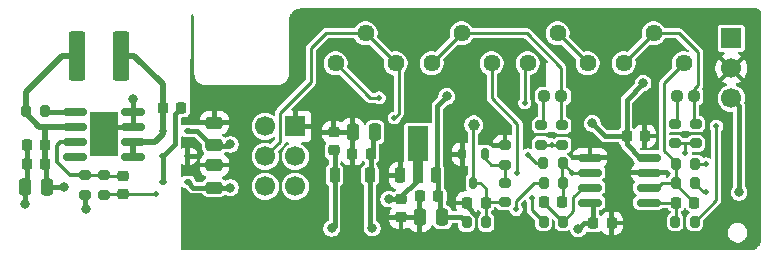
<source format=gbr>
%TF.GenerationSoftware,KiCad,Pcbnew,9.0.6-9.0.6~ubuntu24.04.1*%
%TF.CreationDate,2025-11-20T00:47:47+08:00*%
%TF.ProjectId,ksoloti-gills-cv-expander,6b736f6c-6f74-4692-9d67-696c6c732d63,v0.3*%
%TF.SameCoordinates,Original*%
%TF.FileFunction,Copper,L1,Top*%
%TF.FilePolarity,Positive*%
%FSLAX46Y46*%
G04 Gerber Fmt 4.6, Leading zero omitted, Abs format (unit mm)*
G04 Created by KiCad (PCBNEW 9.0.6-9.0.6~ubuntu24.04.1) date 2025-11-20 00:47:47*
%MOMM*%
%LPD*%
G01*
G04 APERTURE LIST*
G04 Aperture macros list*
%AMRoundRect*
0 Rectangle with rounded corners*
0 $1 Rounding radius*
0 $2 $3 $4 $5 $6 $7 $8 $9 X,Y pos of 4 corners*
0 Add a 4 corners polygon primitive as box body*
4,1,4,$2,$3,$4,$5,$6,$7,$8,$9,$2,$3,0*
0 Add four circle primitives for the rounded corners*
1,1,$1+$1,$2,$3*
1,1,$1+$1,$4,$5*
1,1,$1+$1,$6,$7*
1,1,$1+$1,$8,$9*
0 Add four rect primitives between the rounded corners*
20,1,$1+$1,$2,$3,$4,$5,0*
20,1,$1+$1,$4,$5,$6,$7,0*
20,1,$1+$1,$6,$7,$8,$9,0*
20,1,$1+$1,$8,$9,$2,$3,0*%
%AMFreePoly0*
4,1,9,3.862500,-0.866500,0.937500,-0.866500,0.937500,-0.450000,-0.937500,-0.450000,-0.937500,0.450000,0.937500,0.450000,0.937500,0.866500,3.862500,0.866500,3.862500,-0.866500,3.862500,-0.866500,$1*%
G04 Aperture macros list end*
%TA.AperFunction,SMDPad,CuDef*%
%ADD10RoundRect,0.250000X0.250000X0.475000X-0.250000X0.475000X-0.250000X-0.475000X0.250000X-0.475000X0*%
%TD*%
%TA.AperFunction,SMDPad,CuDef*%
%ADD11RoundRect,0.200000X0.200000X0.275000X-0.200000X0.275000X-0.200000X-0.275000X0.200000X-0.275000X0*%
%TD*%
%TA.AperFunction,SMDPad,CuDef*%
%ADD12RoundRect,0.237500X0.237500X0.237500X-0.237500X0.237500X-0.237500X-0.237500X0.237500X-0.237500X0*%
%TD*%
%TA.AperFunction,SMDPad,CuDef*%
%ADD13RoundRect,0.225000X0.225000X0.250000X-0.225000X0.250000X-0.225000X-0.250000X0.225000X-0.250000X0*%
%TD*%
%TA.AperFunction,SMDPad,CuDef*%
%ADD14RoundRect,0.225000X-0.225000X-0.250000X0.225000X-0.250000X0.225000X0.250000X-0.225000X0.250000X0*%
%TD*%
%TA.AperFunction,SMDPad,CuDef*%
%ADD15RoundRect,0.200000X-0.200000X-0.275000X0.200000X-0.275000X0.200000X0.275000X-0.200000X0.275000X0*%
%TD*%
%TA.AperFunction,SMDPad,CuDef*%
%ADD16RoundRect,0.175000X-0.175000X0.325000X-0.175000X-0.325000X0.175000X-0.325000X0.175000X0.325000X0*%
%TD*%
%TA.AperFunction,SMDPad,CuDef*%
%ADD17RoundRect,0.112500X-0.187500X-0.112500X0.187500X-0.112500X0.187500X0.112500X-0.187500X0.112500X0*%
%TD*%
%TA.AperFunction,SMDPad,CuDef*%
%ADD18RoundRect,0.200000X-0.275000X0.200000X-0.275000X-0.200000X0.275000X-0.200000X0.275000X0.200000X0*%
%TD*%
%TA.AperFunction,SMDPad,CuDef*%
%ADD19RoundRect,0.112500X0.187500X0.112500X-0.187500X0.112500X-0.187500X-0.112500X0.187500X-0.112500X0*%
%TD*%
%TA.AperFunction,SMDPad,CuDef*%
%ADD20RoundRect,0.225000X-0.250000X0.225000X-0.250000X-0.225000X0.250000X-0.225000X0.250000X0.225000X0*%
%TD*%
%TA.AperFunction,SMDPad,CuDef*%
%ADD21RoundRect,0.200000X0.275000X-0.200000X0.275000X0.200000X-0.275000X0.200000X-0.275000X-0.200000X0*%
%TD*%
%TA.AperFunction,SMDPad,CuDef*%
%ADD22RoundRect,0.225000X0.250000X-0.225000X0.250000X0.225000X-0.250000X0.225000X-0.250000X-0.225000X0*%
%TD*%
%TA.AperFunction,SMDPad,CuDef*%
%ADD23RoundRect,0.150000X-0.825000X-0.150000X0.825000X-0.150000X0.825000X0.150000X-0.825000X0.150000X0*%
%TD*%
%TA.AperFunction,HeatsinkPad*%
%ADD24R,2.410000X3.810000*%
%TD*%
%TA.AperFunction,SMDPad,CuDef*%
%ADD25RoundRect,0.250000X0.475000X-0.250000X0.475000X0.250000X-0.475000X0.250000X-0.475000X-0.250000X0*%
%TD*%
%TA.AperFunction,SMDPad,CuDef*%
%ADD26RoundRect,0.225000X0.225000X-0.425000X0.225000X0.425000X-0.225000X0.425000X-0.225000X-0.425000X0*%
%TD*%
%TA.AperFunction,SMDPad,CuDef*%
%ADD27FreePoly0,90.000000*%
%TD*%
%TA.AperFunction,SMDPad,CuDef*%
%ADD28RoundRect,0.150000X0.825000X0.150000X-0.825000X0.150000X-0.825000X-0.150000X0.825000X-0.150000X0*%
%TD*%
%TA.AperFunction,SMDPad,CuDef*%
%ADD29RoundRect,0.249999X-0.450001X-1.850001X0.450001X-1.850001X0.450001X1.850001X-0.450001X1.850001X0*%
%TD*%
%TA.AperFunction,ComponentPad*%
%ADD30C,1.000000*%
%TD*%
%TA.AperFunction,SMDPad,CuDef*%
%ADD31RoundRect,0.225000X-0.225000X0.425000X-0.225000X-0.425000X0.225000X-0.425000X0.225000X0.425000X0*%
%TD*%
%TA.AperFunction,SMDPad,CuDef*%
%ADD32FreePoly0,270.000000*%
%TD*%
%TA.AperFunction,ComponentPad*%
%ADD33C,1.440000*%
%TD*%
%TA.AperFunction,ComponentPad*%
%ADD34R,1.700000X1.700000*%
%TD*%
%TA.AperFunction,ComponentPad*%
%ADD35C,1.700000*%
%TD*%
%TA.AperFunction,ViaPad*%
%ADD36C,0.500000*%
%TD*%
%TA.AperFunction,ViaPad*%
%ADD37C,0.800000*%
%TD*%
%TA.AperFunction,Conductor*%
%ADD38C,0.400000*%
%TD*%
%TA.AperFunction,Conductor*%
%ADD39C,0.500000*%
%TD*%
%TA.AperFunction,Conductor*%
%ADD40C,0.250000*%
%TD*%
%TA.AperFunction,Conductor*%
%ADD41C,0.300000*%
%TD*%
G04 APERTURE END LIST*
D10*
%TO.P,C16,1*%
%TO.N,-12V*%
X12440000Y-7683000D03*
%TO.P,C16,2*%
%TO.N,GND*%
X10540000Y-7683000D03*
%TD*%
D11*
%TO.P,R14,1*%
%TO.N,Net-(R14-Pad1)*%
X33847000Y-3156000D03*
%TO.P,R14,2*%
%TO.N,Net-(U5A--)*%
X32197000Y-3156000D03*
%TD*%
D12*
%TO.P,JP1,1,A*%
%TO.N,Net-(JP1-A)*%
X22540000Y2555000D03*
%TO.P,JP1,2,B*%
%TO.N,Net-(JP1-B)*%
X21090000Y2555000D03*
%TD*%
D13*
%TO.P,C4,1*%
%TO.N,AREF_-10*%
X16113000Y-6477000D03*
%TO.P,C4,2*%
%TO.N,GND*%
X14563000Y-6477000D03*
%TD*%
D10*
%TO.P,C1,1*%
%TO.N,+5V*%
X-21021000Y-5110000D03*
%TO.P,C1,2*%
%TO.N,GND*%
X-22921000Y-5110000D03*
%TD*%
D14*
%TO.P,C7,1*%
%TO.N,+12V*%
X25231000Y-8185000D03*
%TO.P,C7,2*%
%TO.N,GND*%
X26781000Y-8185000D03*
%TD*%
D15*
%TO.P,R13,1*%
%TO.N,Net-(R13-Pad1)*%
X20990000Y-3105000D03*
%TO.P,R13,2*%
%TO.N,Net-(U5B--)*%
X22640000Y-3105000D03*
%TD*%
%TO.P,R12,1*%
%TO.N,Net-(U5A--)*%
X32197000Y-4791000D03*
%TO.P,R12,2*%
%TO.N,/CV_I2*%
X33847000Y-4791000D03*
%TD*%
D14*
%TO.P,C18,1*%
%TO.N,Net-(C18-Pad1)*%
X32247000Y-6442000D03*
%TO.P,C18,2*%
%TO.N,Net-(U5A--)*%
X33797000Y-6442000D03*
%TD*%
D16*
%TO.P,U4,1,REF*%
%TO.N,Net-(U4-REF)*%
X16034000Y-2356000D03*
%TO.P,U4,2,K*%
%TO.N,GND*%
X14134000Y-2356000D03*
%TO.P,U4,3,A*%
%TO.N,AREF_-10*%
X15084000Y-4756000D03*
%TD*%
D10*
%TO.P,C15,1*%
%TO.N,+12V*%
X6750400Y-494800D03*
%TO.P,C15,2*%
%TO.N,GND*%
X4850400Y-494800D03*
%TD*%
D15*
%TO.P,R15,1*%
%TO.N,/CV_O1*%
X21021000Y-8058000D03*
%TO.P,R15,2*%
%TO.N,Net-(C17-Pad1)*%
X22671000Y-8058000D03*
%TD*%
D17*
%TO.P,D2,1,K*%
%TO.N,Net-(D1-A)*%
X-11212000Y-4684000D03*
%TO.P,D2,2,A*%
%TO.N,-15V*%
X-9112000Y-4684000D03*
%TD*%
D18*
%TO.P,R8,1*%
%TO.N,Net-(JP1-A)*%
X22601000Y82000D03*
%TO.P,R8,2*%
%TO.N,AREF_-10*%
X22601000Y-1568000D03*
%TD*%
D19*
%TO.P,D1,1,K*%
%TO.N,GND*%
X-9113200Y-2525000D03*
%TO.P,D1,2,A*%
%TO.N,Net-(D1-A)*%
X-11213200Y-2525000D03*
%TD*%
D13*
%TO.P,C14,1*%
%TO.N,-12V*%
X12083099Y-5905000D03*
%TO.P,C14,2*%
%TO.N,GND*%
X10533099Y-5905000D03*
%TD*%
D20*
%TO.P,C12,1*%
%TO.N,-15V*%
X8950000Y-6146000D03*
%TO.P,C12,2*%
%TO.N,GND*%
X8950000Y-7696000D03*
%TD*%
D21*
%TO.P,R5,1*%
%TO.N,+15V*%
X-16196000Y-5782000D03*
%TO.P,R5,2*%
%TO.N,Net-(U1-FB)*%
X-16196000Y-4132000D03*
%TD*%
D13*
%TO.P,C8,1*%
%TO.N,GND*%
X29597200Y-819000D03*
%TO.P,C8,2*%
%TO.N,-12V*%
X28047200Y-819000D03*
%TD*%
D11*
%TO.P,R11,1*%
%TO.N,Net-(U5B--)*%
X22671000Y-4791000D03*
%TO.P,R11,2*%
%TO.N,/CV_I1*%
X21021000Y-4791000D03*
%TD*%
D18*
%TO.P,R9,1*%
%TO.N,Net-(JP2-B)*%
X32126000Y209000D03*
%TO.P,R9,2*%
%TO.N,AREF_-10*%
X32126000Y-1441000D03*
%TD*%
D22*
%TO.P,C6,1*%
%TO.N,+15V*%
X-14605000Y-5745000D03*
%TO.P,C6,2*%
%TO.N,Net-(U1-FB)*%
X-14605000Y-4195000D03*
%TD*%
D13*
%TO.P,C2,1*%
%TO.N,+5V*%
X-21202800Y-3205000D03*
%TO.P,C2,2*%
%TO.N,GND*%
X-22752800Y-3205000D03*
%TD*%
D11*
%TO.P,R16,1*%
%TO.N,/CV_O2*%
X33816000Y-8058000D03*
%TO.P,R16,2*%
%TO.N,Net-(C18-Pad1)*%
X32166000Y-8058000D03*
%TD*%
D23*
%TO.P,U1,1,EN*%
%TO.N,Net-(U1-EN)*%
X-18672800Y1240000D03*
%TO.P,U1,2,VIN*%
%TO.N,+5V*%
X-18672800Y-30000D03*
%TO.P,U1,3,FB*%
%TO.N,Net-(U1-FB)*%
X-18672800Y-1300000D03*
%TO.P,U1,4,NC*%
%TO.N,unconnected-(U1-NC-Pad4)*%
X-18672800Y-2570000D03*
%TO.P,U1,5,SW*%
%TO.N,Net-(D3-A)*%
X-13722800Y-2570000D03*
%TO.P,U1,6,SW*%
X-13722800Y-1300000D03*
%TO.P,U1,7,GND*%
%TO.N,GND*%
X-13722800Y-30000D03*
%TO.P,U1,8,GND*%
X-13722800Y1240000D03*
D24*
%TO.P,U1,9,GND*%
X-16197800Y-665000D03*
%TD*%
D15*
%TO.P,R4,1*%
%TO.N,+5V*%
X-22802800Y1294000D03*
%TO.P,R4,2*%
%TO.N,Net-(U1-EN)*%
X-21152800Y1294000D03*
%TD*%
D13*
%TO.P,C13,1*%
%TO.N,+12V*%
X6372200Y-2323600D03*
%TO.P,C13,2*%
%TO.N,GND*%
X4822200Y-2323600D03*
%TD*%
D19*
%TO.P,D3,1,K*%
%TO.N,+15V*%
X-9112000Y-366000D03*
%TO.P,D3,2,A*%
%TO.N,Net-(D3-A)*%
X-11212000Y-366000D03*
%TD*%
D13*
%TO.P,C3,1*%
%TO.N,+5V*%
X-21202800Y-1554000D03*
%TO.P,C3,2*%
%TO.N,GND*%
X-22752800Y-1554000D03*
%TD*%
D14*
%TO.P,C5,1*%
%TO.N,Net-(D3-A)*%
X-11192200Y1539000D03*
%TO.P,C5,2*%
%TO.N,Net-(D1-A)*%
X-9642200Y1539000D03*
%TD*%
D25*
%TO.P,C9,1*%
%TO.N,-15V*%
X-6863000Y-5171000D03*
%TO.P,C9,2*%
%TO.N,GND*%
X-6863000Y-3271000D03*
%TD*%
D26*
%TO.P,U3,1,GND*%
%TO.N,GND*%
X8885000Y-4142651D03*
D27*
%TO.P,U3,2,VI*%
%TO.N,-15V*%
X10385000Y-3855151D03*
D26*
%TO.P,U3,3,VO*%
%TO.N,-12V*%
X11885000Y-4142651D03*
%TD*%
D28*
%TO.P,U5,1*%
%TO.N,Net-(C18-Pad1)*%
X29909000Y-6442000D03*
%TO.P,U5,2,-*%
%TO.N,Net-(U5A--)*%
X29909000Y-5172000D03*
%TO.P,U5,3,+*%
%TO.N,GND*%
X29909000Y-3902000D03*
%TO.P,U5,4,V-*%
%TO.N,-12V*%
X29909000Y-2632000D03*
%TO.P,U5,5,+*%
%TO.N,GND*%
X24959000Y-2632000D03*
%TO.P,U5,6,-*%
%TO.N,Net-(U5B--)*%
X24959000Y-3902000D03*
%TO.P,U5,7*%
%TO.N,Net-(C17-Pad1)*%
X24959000Y-5172000D03*
%TO.P,U5,8,V+*%
%TO.N,+12V*%
X24959000Y-6442000D03*
%TD*%
D21*
%TO.P,R1,1*%
%TO.N,AREF_-10*%
X17751000Y-6413000D03*
%TO.P,R1,2*%
%TO.N,Net-(U4-REF)*%
X17751000Y-4763000D03*
%TD*%
D18*
%TO.P,R7,1*%
%TO.N,Net-(JP1-B)*%
X20823000Y106000D03*
%TO.P,R7,2*%
%TO.N,AREF_-10*%
X20823000Y-1544000D03*
%TD*%
D15*
%TO.P,R3,1*%
%TO.N,-12V*%
X14513000Y-8128000D03*
%TO.P,R3,2*%
%TO.N,AREF_-10*%
X16163000Y-8128000D03*
%TD*%
D25*
%TO.P,C10,1*%
%TO.N,+15V*%
X-6863000Y-1570000D03*
%TO.P,C10,2*%
%TO.N,GND*%
X-6863000Y330000D03*
%TD*%
D18*
%TO.P,R6,1*%
%TO.N,Net-(U1-FB)*%
X-17783000Y-4132000D03*
%TO.P,R6,2*%
%TO.N,GND*%
X-17783000Y-5782000D03*
%TD*%
D29*
%TO.P,L1,1,1*%
%TO.N,+5V*%
X-18487000Y6000000D03*
%TO.P,L1,2,2*%
%TO.N,Net-(D3-A)*%
X-14787000Y6000000D03*
%TD*%
D14*
%TO.P,C17,1*%
%TO.N,Net-(C17-Pad1)*%
X21071000Y-6407000D03*
%TO.P,C17,2*%
%TO.N,Net-(U5B--)*%
X22621000Y-6407000D03*
%TD*%
D30*
%TO.P,TP1,1,1*%
%TO.N,AREF_-10*%
X15113000Y127000D03*
%TD*%
D21*
%TO.P,R2,1*%
%TO.N,Net-(U4-REF)*%
X17751000Y-3238000D03*
%TO.P,R2,2*%
%TO.N,GND*%
X17751000Y-1588000D03*
%TD*%
D31*
%TO.P,U2,1,OUT*%
%TO.N,+12V*%
X6326800Y-4131000D03*
D32*
%TO.P,U2,2,GND*%
%TO.N,GND*%
X4826800Y-4418500D03*
D31*
%TO.P,U2,3,IN*%
%TO.N,+15V*%
X3326800Y-4131000D03*
%TD*%
D18*
%TO.P,R10,1*%
%TO.N,Net-(JP2-A)*%
X33909000Y209000D03*
%TO.P,R10,2*%
%TO.N,AREF_-10*%
X33909000Y-1441000D03*
%TD*%
D12*
%TO.P,JP2,1,A*%
%TO.N,Net-(JP2-A)*%
X33786000Y2555000D03*
%TO.P,JP2,2,B*%
%TO.N,Net-(JP2-B)*%
X32336000Y2555000D03*
%TD*%
D22*
%TO.P,C11,1*%
%TO.N,+15V*%
X3260400Y-2031800D03*
%TO.P,C11,2*%
%TO.N,GND*%
X3260400Y-481800D03*
%TD*%
D33*
%TO.P,TR4,1,1*%
%TO.N,Net-(JP2-A)*%
X27806200Y5347200D03*
%TO.P,TR4,2,2*%
X30346200Y7887200D03*
%TO.P,TR4,3,3*%
%TO.N,Net-(U5A--)*%
X32886200Y5347200D03*
%TD*%
%TO.P,TR3,1,1*%
%TO.N,Net-(R14-Pad1)*%
X19678200Y5347200D03*
%TO.P,TR3,2,2*%
%TO.N,/CV_O2*%
X22218200Y7887200D03*
%TO.P,TR3,3,3*%
X24758200Y5347200D03*
%TD*%
D34*
%TO.P,J1,1,Pin_1*%
%TO.N,GND*%
X0Y0D03*
D35*
%TO.P,J1,2,Pin_2*%
%TO.N,+5V*%
X-2540000Y0D03*
%TO.P,J1,3,Pin_3*%
%TO.N,/CV_O2*%
X0Y-2540000D03*
%TO.P,J1,4,Pin_4*%
%TO.N,/CV_O1*%
X-2540000Y-2540000D03*
%TO.P,J1,5,Pin_5*%
%TO.N,/CV_I2*%
X0Y-5080000D03*
%TO.P,J1,6,Pin_6*%
%TO.N,/CV_I1*%
X-2540000Y-5080000D03*
%TD*%
D33*
%TO.P,TR1,1,1*%
%TO.N,Net-(R13-Pad1)*%
X3422200Y5347200D03*
%TO.P,TR1,2,2*%
%TO.N,/CV_O1*%
X5962200Y7887200D03*
%TO.P,TR1,3,3*%
X8502200Y5347200D03*
%TD*%
D34*
%TO.P,J2,1,Pin_1*%
%TO.N,-12V*%
X36920000Y7460000D03*
D35*
%TO.P,J2,2,Pin_2*%
%TO.N,GND*%
X36920000Y4920000D03*
%TO.P,J2,3,Pin_3*%
%TO.N,+12V*%
X36920000Y2380000D03*
%TD*%
D33*
%TO.P,TR2,1,1*%
%TO.N,Net-(JP1-A)*%
X11550200Y5347200D03*
%TO.P,TR2,2,2*%
X14090200Y7887200D03*
%TO.P,TR2,3,3*%
%TO.N,Net-(U5B--)*%
X16630200Y5347200D03*
%TD*%
D36*
%TO.N,GND*%
X2253000Y-9525000D03*
X-2747000Y-9525000D03*
X18074000Y9017000D03*
X-15562800Y-665000D03*
X38481000Y-2025000D03*
X-247000Y-9525000D03*
X-16832800Y-665000D03*
X-2747000Y2413000D03*
X33227000Y9017000D03*
X28702000Y9017000D03*
X1778000Y889000D03*
X38227000Y9017000D03*
X20574000Y9017000D03*
X-7747000Y-9525000D03*
X35727000Y9017000D03*
X12446000Y9017000D03*
X-15562800Y-1935000D03*
X38481000Y-4525000D03*
X4753000Y-9525000D03*
X981000Y9017000D03*
X-7747000Y2413000D03*
X23702000Y9017000D03*
D37*
X-17749000Y-6987000D03*
D36*
X-15562800Y605000D03*
X29297000Y-9525000D03*
X889000Y1778000D03*
X9946000Y9017000D03*
X3481000Y9017000D03*
D37*
X-13751800Y2284000D03*
D36*
X1778000Y2667000D03*
X9753000Y-9525000D03*
X-5247000Y-9525000D03*
X-16832800Y-1935000D03*
X7446000Y9017000D03*
X26797000Y-9525000D03*
X2667000Y1778000D03*
X-16832800Y605000D03*
X38481000Y475000D03*
X31797000Y-9525000D03*
X26202000Y9017000D03*
X-5247000Y2413000D03*
D37*
X-22860000Y-6604000D03*
D36*
X15574000Y9017000D03*
X38481000Y-7025000D03*
X34297000Y-9525000D03*
X7253000Y-9525000D03*
X1778000Y1778000D03*
D37*
%TO.N,+5V*%
X-19564800Y-5110000D03*
D36*
%TO.N,AREF_-10*%
X33020000Y-2286000D03*
X21697000Y-1544000D03*
D37*
%TO.N,-15V*%
X7906000Y-6159000D03*
X-5495000Y-5181000D03*
%TO.N,+15V*%
X-5495000Y-1526000D03*
X3078800Y-8636000D03*
D36*
X-11816000Y-5719000D03*
D37*
%TO.N,+12V*%
X6531800Y-8609000D03*
X37584000Y-5588000D03*
X23974000Y-8685000D03*
%TO.N,-12V*%
X12827000Y2540000D03*
X25146000Y254000D03*
X29457200Y3684200D03*
D36*
%TO.N,/CV_O1*%
X8391200Y724400D03*
X20059468Y-6068268D03*
%TO.N,Net-(U5B--)*%
X23437000Y-3902000D03*
X18814400Y-3902000D03*
%TO.N,/CV_O2*%
X35662000Y0D03*
%TO.N,/CV_I1*%
X18707566Y-7028300D03*
%TO.N,/CV_I2*%
X34798000Y-5588000D03*
%TO.N,Net-(R13-Pad1)*%
X7112000Y2413000D03*
X19685000Y-2413000D03*
%TO.N,Net-(R14-Pad1)*%
X19426000Y2024200D03*
X34798000Y-3175000D03*
%TD*%
D38*
%TO.N,GND*%
X-22921000Y-6543000D02*
X-22921000Y-5110000D01*
X-13722800Y1240000D02*
X-13722800Y-30000D01*
X-22752800Y-4941800D02*
X-22921000Y-5110000D01*
X-17783000Y-5782000D02*
X-17783000Y-6953000D01*
X-13722800Y-30000D02*
X-15562800Y-30000D01*
X14563000Y-6775000D02*
X15338000Y-7550000D01*
X-22752800Y-1554000D02*
X-22752800Y-3205000D01*
X-22860000Y-6604000D02*
X-22921000Y-6543000D01*
X-13722800Y2255000D02*
X-13751800Y2284000D01*
X-15562800Y-30000D02*
X-16197800Y-665000D01*
X-17783000Y-6953000D02*
X-17749000Y-6987000D01*
X-22752800Y-3205000D02*
X-22752800Y-4941800D01*
X-13722800Y1240000D02*
X-13722800Y2255000D01*
D39*
%TO.N,+5V*%
X-21202800Y-30000D02*
X-18672800Y-30000D01*
D38*
X-21021000Y-5110000D02*
X-19564800Y-5110000D01*
D39*
X-22802800Y2924700D02*
X-22802800Y1294000D01*
X-21202800Y-1554000D02*
X-21202800Y-1287000D01*
D38*
X-21082000Y-3325800D02*
X-21082000Y-5049000D01*
D39*
X-21202800Y-1287000D02*
X-21202800Y-30000D01*
X-19727500Y6000000D02*
X-22802800Y2924700D01*
X-22802800Y1103000D02*
X-21669800Y-30000D01*
X-22802800Y1294000D02*
X-22802800Y1103000D01*
X-21669800Y-30000D02*
X-21202800Y-30000D01*
X-18487000Y6000000D02*
X-19727500Y6000000D01*
X-21202800Y-1554000D02*
X-21202800Y-3205000D01*
D40*
%TO.N,AREF_-10*%
X32126000Y-1441000D02*
X32937000Y-1441000D01*
X15084000Y-4756000D02*
X15678000Y-4756000D01*
X33020000Y-2286000D02*
X33020000Y-1524000D01*
X16113000Y-6477000D02*
X16113000Y-8078000D01*
X15084000Y98000D02*
X15113000Y127000D01*
X20823000Y-1544000D02*
X21697000Y-1544000D01*
X17751000Y-6413000D02*
X16177000Y-6413000D01*
X32937000Y-1441000D02*
X33909000Y-1441000D01*
X16113000Y-5191000D02*
X16113000Y-6477000D01*
X16113000Y-8078000D02*
X16163000Y-8128000D01*
X15084000Y-4756000D02*
X15084000Y98000D01*
X33020000Y-1524000D02*
X32937000Y-1441000D01*
X21697000Y-1544000D02*
X21721000Y-1568000D01*
X15678000Y-4756000D02*
X16113000Y-5191000D01*
X21721000Y-1568000D02*
X22601000Y-1568000D01*
D38*
%TO.N,Net-(D1-A)*%
X-11213200Y-2525000D02*
X-11212000Y-2526200D01*
X-9642200Y1539000D02*
X-10162000Y1019200D01*
X-11212000Y-2526200D02*
X-11212000Y-4684000D01*
X-10162000Y-1473800D02*
X-11213200Y-2525000D01*
X-10162000Y1019200D02*
X-10162000Y-1473800D01*
D39*
%TO.N,Net-(D3-A)*%
X-11192200Y-645200D02*
X-11192200Y1539000D01*
X-11847000Y-1300000D02*
X-11192200Y-645200D01*
X-13722800Y-1300000D02*
X-11847000Y-1300000D01*
X-14787000Y6000000D02*
X-13620000Y6000000D01*
X-11192200Y3572200D02*
X-11192200Y1539000D01*
X-13722800Y-1300000D02*
X-13722800Y-2570000D01*
X-13620000Y6000000D02*
X-11192200Y3572200D01*
D38*
%TO.N,-15V*%
X-5505000Y-5171000D02*
X-5495000Y-5181000D01*
X-8625000Y-5171000D02*
X-6863000Y-5171000D01*
X-9112000Y-4684000D02*
X-8625000Y-5171000D01*
X10385000Y-4507000D02*
X8885000Y-6007000D01*
X-6863000Y-5171000D02*
X-5505000Y-5171000D01*
X7845000Y-6159000D02*
X8745000Y-6159000D01*
D41*
%TO.N,Net-(U1-FB)*%
X-20199800Y-1619000D02*
X-20199800Y-3026850D01*
D40*
X-16196000Y-4132000D02*
X-17783000Y-4132000D01*
D41*
X-19094650Y-4132000D02*
X-17783000Y-4132000D01*
D40*
X-14605000Y-4195000D02*
X-16133000Y-4195000D01*
D41*
X-18672800Y-1300000D02*
X-19880800Y-1300000D01*
X-19880800Y-1300000D02*
X-20199800Y-1619000D01*
X-20199800Y-3026850D02*
X-19094650Y-4132000D01*
D38*
%TO.N,+15V*%
X-8306000Y-366000D02*
X-7057000Y-1615000D01*
X-9112000Y-366000D02*
X-8306000Y-366000D01*
D40*
X-14605000Y-5745000D02*
X-16159000Y-5745000D01*
X-16159000Y-5745000D02*
X-16196000Y-5782000D01*
D38*
X-5495000Y-1526000D02*
X-5584000Y-1615000D01*
X3326800Y-2098200D02*
X3260400Y-2031800D01*
D40*
X-14579000Y-5719000D02*
X-14605000Y-5745000D01*
X-11816000Y-5719000D02*
X-14579000Y-5719000D01*
D38*
X3326800Y-8388000D02*
X3326800Y-4131000D01*
X3326800Y-4131000D02*
X3326800Y-2098200D01*
X-5584000Y-1615000D02*
X-6863000Y-1615000D01*
X3078800Y-8636000D02*
X3326800Y-8388000D01*
%TO.N,+12V*%
X6326800Y-8404000D02*
X6326800Y-4131000D01*
X23974000Y-8685000D02*
X24474000Y-8185000D01*
X24474000Y-8185000D02*
X25231000Y-8185000D01*
X25231000Y-8185000D02*
X25231000Y-6455000D01*
X6552761Y-2003561D02*
X6552761Y-743239D01*
X37584000Y-5588000D02*
X37584000Y1716000D01*
X37584000Y1716000D02*
X36920000Y2380000D01*
X6372200Y-2323600D02*
X6372200Y-4085600D01*
X6531800Y-8609000D02*
X6326800Y-8404000D01*
X6372200Y-4085600D02*
X6326800Y-4131000D01*
%TO.N,-12V*%
X14068000Y-7683000D02*
X12567000Y-7683000D01*
X28047200Y-569000D02*
X28047200Y2274200D01*
X28047200Y-819000D02*
X28047200Y-1483000D01*
X12083099Y-5905000D02*
X12083099Y-4340750D01*
X28047200Y-1483000D02*
X29196200Y-2632000D01*
X26219000Y-819000D02*
X28047200Y-819000D01*
X12252000Y-6147552D02*
X12252000Y-7622000D01*
X12827000Y2540000D02*
X12036000Y1749000D01*
X28047200Y2274200D02*
X29457200Y3684200D01*
X14513000Y-8128000D02*
X14068000Y-7683000D01*
X25146000Y254000D02*
X26219000Y-819000D01*
X12036000Y1749000D02*
X12036000Y-3991651D01*
D40*
%TO.N,/CV_O1*%
X-1276491Y1173259D02*
X1300000Y3749750D01*
X20059468Y-7096468D02*
X21021000Y-8058000D01*
X1300000Y3749750D02*
X1300000Y6600000D01*
X-2540000Y-2540000D02*
X-1276491Y-1276491D01*
X8763000Y5086400D02*
X8763000Y1096200D01*
X8763000Y1096200D02*
X8391200Y724400D01*
X1300000Y6600000D02*
X2587200Y7887200D01*
X-1276491Y-1276491D02*
X-1276491Y1173259D01*
X8502200Y5347200D02*
X8763000Y5086400D01*
X2587200Y7887200D02*
X5962200Y7887200D01*
X20059468Y-6068268D02*
X20059468Y-7096468D01*
X5962200Y7887200D02*
X8502200Y5347200D01*
%TO.N,Net-(U5B--)*%
X24959000Y-3902000D02*
X23437000Y-3902000D01*
X22640000Y-4810000D02*
X22621000Y-4791000D01*
X22621000Y-4791000D02*
X22621000Y-3124000D01*
X18814400Y-3902000D02*
X18814400Y245600D01*
X22640000Y-6407000D02*
X22640000Y-4810000D01*
X16630200Y2429800D02*
X16630200Y5347200D01*
X18814400Y245600D02*
X16630200Y2429800D01*
X23437000Y-3902000D02*
X22640000Y-3105000D01*
%TO.N,/CV_O2*%
X35662000Y-6212000D02*
X35662000Y0D01*
X33816000Y-8058000D02*
X35662000Y-6212000D01*
X22218200Y7887200D02*
X24758200Y5347200D01*
%TO.N,Net-(U5A--)*%
X31305000Y-4791000D02*
X32197000Y-4791000D01*
X31237000Y-2085000D02*
X32197000Y-3045000D01*
X32197000Y-4791000D02*
X32197000Y-4842000D01*
X31237000Y3698000D02*
X31237000Y-2085000D01*
X30641500Y-5172000D02*
X31022500Y-4791000D01*
X32247000Y-4841000D02*
X32197000Y-4791000D01*
X32197000Y-3045000D02*
X32197000Y-4791000D01*
X31022500Y-4791000D02*
X31305000Y-4791000D01*
X32886200Y5347200D02*
X31237000Y3698000D01*
X32197000Y-4842000D02*
X33797000Y-6442000D01*
%TO.N,/CV_I1*%
X18707566Y-6311434D02*
X20228000Y-4791000D01*
X18707566Y-7028300D02*
X18707566Y-6311434D01*
X20228000Y-4791000D02*
X21021000Y-4791000D01*
%TO.N,/CV_I2*%
X34590000Y-5588000D02*
X33793000Y-4791000D01*
X34798000Y-5588000D02*
X34590000Y-5588000D01*
%TO.N,Net-(JP1-A)*%
X14090200Y7887200D02*
X19602700Y7887200D01*
X14090200Y7887200D02*
X11550200Y5347200D01*
X22515000Y4974900D02*
X22515000Y2301000D01*
X22515000Y2301000D02*
X22515000Y418000D01*
X19602700Y7887200D02*
X22515000Y4974900D01*
%TO.N,Net-(JP1-B)*%
X21115000Y2301000D02*
X20950000Y2136000D01*
X20950000Y2136000D02*
X20950000Y483000D01*
%TO.N,Net-(JP2-B)*%
X32361000Y2301000D02*
X32361000Y444000D01*
%TO.N,Net-(JP2-A)*%
X27806200Y5347200D02*
X30346200Y7887200D01*
X33761000Y2301000D02*
X33761000Y475000D01*
X34104626Y3517626D02*
X33761000Y3174000D01*
X30346200Y7887200D02*
X32493200Y7887200D01*
X32493200Y7887200D02*
X34104626Y6275774D01*
X34104626Y6275774D02*
X34104626Y3517626D01*
X33761000Y3174000D02*
X33761000Y2301000D01*
%TO.N,Net-(U4-REF)*%
X17751000Y-3238000D02*
X17751000Y-4763000D01*
X16614000Y-3238000D02*
X16034000Y-2658000D01*
X17751000Y-3238000D02*
X16614000Y-3238000D01*
%TO.N,Net-(R13-Pad1)*%
X19685000Y-2413000D02*
X20377000Y-3105000D01*
X20377000Y-3105000D02*
X20990000Y-3105000D01*
X6356400Y2413000D02*
X3422200Y5347200D01*
X7112000Y2413000D02*
X6356400Y2413000D01*
%TO.N,Net-(R14-Pad1)*%
X34798000Y-3175000D02*
X33866000Y-3175000D01*
X19426000Y2024200D02*
X19426000Y5095000D01*
X33866000Y-3175000D02*
X33847000Y-3156000D01*
X19426000Y5095000D02*
X19678200Y5347200D01*
%TO.N,Net-(C17-Pad1)*%
X21071000Y-6407000D02*
X21071000Y-6458000D01*
X23529336Y-5962664D02*
X24320000Y-5172000D01*
X23529336Y-7199664D02*
X23529336Y-5962664D01*
X22671000Y-8058000D02*
X23529336Y-7199664D01*
X21071000Y-6458000D02*
X22671000Y-8058000D01*
%TO.N,Net-(C18-Pad1)*%
X32247000Y-7977000D02*
X32166000Y-8058000D01*
X32247000Y-6442000D02*
X32247000Y-7977000D01*
X29909000Y-6442000D02*
X32247000Y-6442000D01*
D38*
%TO.N,Net-(U1-EN)*%
X-21098800Y1240000D02*
X-18672800Y1240000D01*
%TD*%
%TA.AperFunction,Conductor*%
%TO.N,GND*%
G36*
X38965512Y9998879D02*
G01*
X39055199Y9988774D01*
X39069707Y9986028D01*
X39083855Y9982237D01*
X39090922Y9980058D01*
X39150156Y9959331D01*
X39161241Y9954678D01*
X39194279Y9938386D01*
X39203166Y9933420D01*
X39241963Y9909042D01*
X39244291Y9907533D01*
X39257680Y9898587D01*
X39267956Y9890703D01*
X39292335Y9869323D01*
X39297063Y9864895D01*
X39324893Y9837065D01*
X39329322Y9832336D01*
X39350705Y9807953D01*
X39358585Y9797683D01*
X39367518Y9784315D01*
X39369031Y9781980D01*
X39393419Y9743166D01*
X39398384Y9734281D01*
X39414676Y9701243D01*
X39419330Y9690155D01*
X39440054Y9630928D01*
X39442235Y9623855D01*
X39446024Y9609715D01*
X39448775Y9595177D01*
X39458877Y9505530D01*
X39459500Y9494444D01*
X39459500Y-9495679D01*
X39459123Y-9504308D01*
X39446122Y-9652897D01*
X39444597Y-9663581D01*
X39438341Y-9695033D01*
X39436870Y-9701343D01*
X39402797Y-9828508D01*
X39398632Y-9840776D01*
X39390778Y-9859734D01*
X39389040Y-9863682D01*
X39330093Y-9990094D01*
X39325282Y-9999154D01*
X39322774Y-10003338D01*
X39318957Y-10009223D01*
X39230631Y-10135367D01*
X39219539Y-10148587D01*
X39108587Y-10259539D01*
X39095367Y-10270631D01*
X38969223Y-10358957D01*
X38963338Y-10362774D01*
X38959154Y-10365282D01*
X38950094Y-10370093D01*
X38823682Y-10429040D01*
X38819734Y-10430778D01*
X38800776Y-10438632D01*
X38788508Y-10442797D01*
X38661343Y-10476870D01*
X38655033Y-10478341D01*
X38623581Y-10484597D01*
X38612897Y-10486122D01*
X38464309Y-10499123D01*
X38455680Y-10499500D01*
X-9616904Y-10499500D01*
X-9675095Y-10480593D01*
X-9711059Y-10431093D01*
X-9715904Y-10400484D01*
X-9715898Y-10365282D01*
X-9715043Y-5204014D01*
X-9696126Y-5145830D01*
X-9646620Y-5109874D01*
X-9585435Y-5109884D01*
X-9551799Y-5130500D01*
X-9551586Y-5130208D01*
X-9547870Y-5132908D01*
X-9546042Y-5134028D01*
X-9545281Y-5134789D01*
X-9428715Y-5194182D01*
X-9332003Y-5209500D01*
X-9332003Y-5209499D01*
X-9332002Y-5209500D01*
X-9328130Y-5209805D01*
X-9328289Y-5211826D01*
X-9277272Y-5228304D01*
X-9265325Y-5238489D01*
X-8932314Y-5571500D01*
X-8932312Y-5571501D01*
X-8932310Y-5571503D01*
X-8818190Y-5637390D01*
X-8818192Y-5637390D01*
X-8818188Y-5637391D01*
X-8818186Y-5637392D01*
X-8690892Y-5671500D01*
X-8559108Y-5671500D01*
X-7888096Y-5671500D01*
X-7829905Y-5690407D01*
X-7809214Y-5710679D01*
X-7730922Y-5813922D01*
X-7610342Y-5905361D01*
X-7610341Y-5905361D01*
X-7610340Y-5905362D01*
X-7563313Y-5923907D01*
X-7469564Y-5960877D01*
X-7381102Y-5971500D01*
X-7381100Y-5971500D01*
X-6344900Y-5971500D01*
X-6344898Y-5971500D01*
X-6256436Y-5960877D01*
X-6115658Y-5905361D01*
X-5995078Y-5813922D01*
X-5988726Y-5805544D01*
X-5938502Y-5770602D01*
X-5877330Y-5771853D01*
X-5854841Y-5783046D01*
X-5826811Y-5801775D01*
X-5826809Y-5801775D01*
X-5826807Y-5801777D01*
X-5797481Y-5813924D01*
X-5699328Y-5854580D01*
X-5563993Y-5881500D01*
X-5563992Y-5881500D01*
X-5426008Y-5881500D01*
X-5426007Y-5881500D01*
X-5290672Y-5854580D01*
X-5163189Y-5801775D01*
X-5048458Y-5725114D01*
X-4950886Y-5627542D01*
X-4874225Y-5512811D01*
X-4821420Y-5385328D01*
X-4794500Y-5249993D01*
X-4794500Y-5112007D01*
X-4818878Y-4989450D01*
X-3690500Y-4989450D01*
X-3690500Y-5170549D01*
X-3662172Y-5349406D01*
X-3606212Y-5521637D01*
X-3526198Y-5678674D01*
X-3523996Y-5682994D01*
X-3417553Y-5829501D01*
X-3289501Y-5957553D01*
X-3142994Y-6063996D01*
X-2981639Y-6146211D01*
X-2809409Y-6202171D01*
X-2751316Y-6211372D01*
X-2630549Y-6230500D01*
X-2630546Y-6230500D01*
X-2449451Y-6230500D01*
X-2360023Y-6216335D01*
X-2270591Y-6202171D01*
X-2098361Y-6146211D01*
X-1937006Y-6063996D01*
X-1790499Y-5957553D01*
X-1662447Y-5829501D01*
X-1556004Y-5682994D01*
X-1473789Y-5521639D01*
X-1417829Y-5349409D01*
X-1395693Y-5209650D01*
X-1389500Y-5170549D01*
X-1389500Y-4989450D01*
X-1150500Y-4989450D01*
X-1150500Y-5170549D01*
X-1122172Y-5349406D01*
X-1066212Y-5521637D01*
X-986198Y-5678674D01*
X-983996Y-5682994D01*
X-877553Y-5829501D01*
X-749501Y-5957553D01*
X-602994Y-6063996D01*
X-441639Y-6146211D01*
X-269409Y-6202171D01*
X-211316Y-6211372D01*
X-90549Y-6230500D01*
X-90546Y-6230500D01*
X90549Y-6230500D01*
X179977Y-6216335D01*
X269409Y-6202171D01*
X441639Y-6146211D01*
X602994Y-6063996D01*
X749501Y-5957553D01*
X877553Y-5829501D01*
X983996Y-5682994D01*
X1066211Y-5521639D01*
X1122171Y-5349409D01*
X1144307Y-5209650D01*
X1150500Y-5170549D01*
X1150500Y-4989450D01*
X1124869Y-4827626D01*
X1122171Y-4810591D01*
X1066211Y-4638361D01*
X983996Y-4477006D01*
X877553Y-4330499D01*
X749501Y-4202447D01*
X602994Y-4096004D01*
X602993Y-4096003D01*
X602991Y-4096002D01*
X441637Y-4013788D01*
X269406Y-3957828D01*
X90549Y-3929500D01*
X90546Y-3929500D01*
X-90546Y-3929500D01*
X-90549Y-3929500D01*
X-269407Y-3957828D01*
X-441638Y-4013788D01*
X-602992Y-4096002D01*
X-667200Y-4142652D01*
X-749501Y-4202447D01*
X-877553Y-4330499D01*
X-924050Y-4394497D01*
X-983998Y-4477008D01*
X-1066212Y-4638362D01*
X-1122172Y-4810593D01*
X-1150500Y-4989450D01*
X-1389500Y-4989450D01*
X-1415131Y-4827626D01*
X-1417829Y-4810591D01*
X-1473789Y-4638361D01*
X-1556004Y-4477006D01*
X-1662447Y-4330499D01*
X-1790499Y-4202447D01*
X-1937006Y-4096004D01*
X-1937007Y-4096003D01*
X-1937009Y-4096002D01*
X-2098363Y-4013788D01*
X-2270594Y-3957828D01*
X-2449451Y-3929500D01*
X-2449454Y-3929500D01*
X-2630546Y-3929500D01*
X-2630549Y-3929500D01*
X-2809407Y-3957828D01*
X-2981638Y-4013788D01*
X-3142992Y-4096002D01*
X-3207200Y-4142652D01*
X-3289501Y-4202447D01*
X-3417553Y-4330499D01*
X-3464050Y-4394497D01*
X-3523998Y-4477008D01*
X-3606212Y-4638362D01*
X-3662172Y-4810593D01*
X-3690500Y-4989450D01*
X-4818878Y-4989450D01*
X-4821420Y-4976672D01*
X-4863062Y-4876138D01*
X-4874223Y-4849193D01*
X-4874229Y-4849182D01*
X-4950886Y-4734458D01*
X-5048459Y-4636885D01*
X-5163183Y-4560228D01*
X-5163194Y-4560222D01*
X-5290672Y-4507420D01*
X-5426005Y-4480500D01*
X-5426007Y-4480500D01*
X-5563993Y-4480500D01*
X-5563996Y-4480500D01*
X-5699328Y-4507420D01*
X-5699330Y-4507420D01*
X-5826808Y-4560223D01*
X-5826811Y-4560224D01*
X-5826811Y-4560225D01*
X-5843685Y-4571500D01*
X-5844775Y-4572228D01*
X-5903664Y-4588835D01*
X-5961067Y-4567656D01*
X-5978659Y-4549730D01*
X-5993819Y-4529739D01*
X-5995078Y-4528078D01*
X-6115658Y-4436639D01*
X-6115659Y-4436638D01*
X-6115661Y-4436637D01*
X-6158959Y-4419563D01*
X-6206156Y-4380627D01*
X-6221453Y-4321384D01*
X-6199007Y-4264465D01*
X-6153780Y-4233491D01*
X-6068876Y-4205356D01*
X-5919660Y-4113319D01*
X-5795681Y-3989340D01*
X-5703644Y-3840124D01*
X-5648494Y-3673693D01*
X-5638000Y-3570987D01*
X-5638000Y-3471001D01*
X-5638001Y-3471000D01*
X-8087998Y-3471000D01*
X-8087999Y-3471001D01*
X-8087999Y-3570986D01*
X-8077508Y-3673687D01*
X-8077505Y-3673699D01*
X-8022357Y-3840124D01*
X-7930320Y-3989340D01*
X-7806341Y-4113319D01*
X-7657125Y-4205356D01*
X-7572221Y-4233491D01*
X-7522931Y-4269742D01*
X-7504363Y-4328042D01*
X-7523608Y-4386122D01*
X-7567041Y-4419563D01*
X-7610342Y-4436638D01*
X-7610344Y-4436640D01*
X-7730919Y-4528075D01*
X-7730925Y-4528081D01*
X-7767782Y-4576685D01*
X-7803688Y-4624035D01*
X-7809212Y-4631319D01*
X-7859439Y-4666262D01*
X-7888096Y-4670500D01*
X-8376678Y-4670500D01*
X-8384276Y-4668031D01*
X-8392165Y-4669281D01*
X-8412821Y-4658756D01*
X-8434869Y-4651593D01*
X-8446682Y-4641504D01*
X-8482505Y-4605681D01*
X-8510282Y-4551164D01*
X-8510937Y-4542850D01*
X-8511196Y-4542871D01*
X-8511501Y-4538996D01*
X-8516774Y-4505704D01*
X-8526818Y-4442285D01*
X-8586211Y-4325719D01*
X-8678719Y-4233211D01*
X-8795285Y-4173818D01*
X-8842018Y-4166416D01*
X-8891996Y-4158500D01*
X-9332006Y-4158500D01*
X-9420167Y-4172464D01*
X-9428715Y-4173818D01*
X-9481619Y-4200774D01*
X-9545284Y-4233212D01*
X-9545286Y-4233214D01*
X-9545873Y-4233802D01*
X-9546613Y-4234178D01*
X-9551586Y-4237792D01*
X-9552159Y-4237003D01*
X-9600392Y-4261575D01*
X-9660823Y-4251999D01*
X-9704084Y-4208731D01*
X-9714870Y-4163783D01*
X-9714723Y-3277786D01*
X-9695807Y-3219603D01*
X-9646301Y-3183647D01*
X-9585116Y-3183657D01*
X-9565329Y-3192593D01*
X-9545885Y-3204092D01*
X-9397278Y-3247267D01*
X-9362549Y-3249999D01*
X-9313200Y-3249998D01*
X-9313200Y-2725001D01*
X-8913200Y-2725001D01*
X-8913200Y-3249998D01*
X-8913199Y-3249999D01*
X-8863853Y-3249999D01*
X-8829124Y-3247266D01*
X-8829123Y-3247266D01*
X-8680515Y-3204091D01*
X-8680511Y-3204090D01*
X-8547315Y-3125318D01*
X-8437882Y-3015885D01*
X-8359110Y-2882689D01*
X-8359109Y-2882687D01*
X-8315934Y-2734080D01*
X-8315220Y-2725000D01*
X-8913199Y-2725000D01*
X-8913200Y-2725001D01*
X-9313200Y-2725001D01*
X-9313200Y-1800001D01*
X-8913200Y-1800001D01*
X-8913200Y-2324999D01*
X-8913199Y-2325000D01*
X-8315220Y-2325000D01*
X-8315220Y-2324999D01*
X-8315934Y-2315919D01*
X-8359109Y-2167312D01*
X-8359110Y-2167310D01*
X-8437882Y-2034114D01*
X-8547315Y-1924681D01*
X-8680511Y-1845909D01*
X-8680515Y-1845908D01*
X-8829123Y-1802733D01*
X-8863852Y-1800000D01*
X-8913199Y-1800000D01*
X-8913200Y-1800001D01*
X-9313200Y-1800001D01*
X-9313200Y-1799999D01*
X-9362548Y-1800000D01*
X-9397277Y-1802733D01*
X-9397278Y-1802733D01*
X-9545886Y-1845908D01*
X-9545890Y-1845909D01*
X-9565082Y-1857259D01*
X-9575916Y-1859680D01*
X-9584898Y-1866204D01*
X-9605091Y-1866200D01*
X-9624794Y-1870604D01*
X-9634983Y-1866194D01*
X-9646083Y-1866193D01*
X-9662415Y-1854322D01*
X-9680947Y-1846303D01*
X-9686598Y-1836746D01*
X-9695577Y-1830221D01*
X-9701813Y-1811018D01*
X-9712091Y-1793637D01*
X-9714474Y-1772036D01*
X-9714466Y-1726154D01*
X-9701202Y-1676673D01*
X-9695608Y-1666986D01*
X-9680670Y-1611236D01*
X-9661500Y-1539693D01*
X-9661500Y-1407908D01*
X-9661500Y-919125D01*
X-9642593Y-860934D01*
X-9593093Y-824970D01*
X-9531907Y-824970D01*
X-9517560Y-830913D01*
X-9428715Y-876182D01*
X-9332003Y-891500D01*
X-8891998Y-891499D01*
X-8891995Y-891499D01*
X-8863866Y-887043D01*
X-8795285Y-876182D01*
X-8795278Y-876178D01*
X-8787871Y-873773D01*
X-8787505Y-874900D01*
X-8752515Y-866500D01*
X-8554322Y-866500D01*
X-8496131Y-885407D01*
X-8484318Y-895496D01*
X-7917496Y-1462318D01*
X-7889719Y-1516835D01*
X-7888500Y-1532322D01*
X-7888500Y-1863106D01*
X-7877877Y-1951565D01*
X-7822363Y-2092339D01*
X-7822362Y-2092341D01*
X-7822361Y-2092342D01*
X-7730922Y-2212922D01*
X-7727658Y-2215397D01*
X-7722970Y-2218952D01*
X-7688028Y-2269178D01*
X-7689281Y-2330351D01*
X-7726251Y-2379104D01*
X-7730816Y-2382097D01*
X-7806343Y-2428682D01*
X-7930320Y-2552659D01*
X-8022357Y-2701875D01*
X-8077507Y-2868306D01*
X-8088000Y-2971012D01*
X-8088000Y-3070999D01*
X-8087999Y-3071000D01*
X-5638002Y-3071000D01*
X-5638001Y-3070999D01*
X-5638001Y-2971013D01*
X-5648493Y-2868312D01*
X-5648496Y-2868300D01*
X-5703644Y-2701875D01*
X-5795681Y-2552659D01*
X-5919660Y-2428680D01*
X-5995184Y-2382097D01*
X-6034786Y-2335456D01*
X-6039409Y-2274446D01*
X-6017771Y-2232705D01*
X-6011110Y-2225078D01*
X-5995078Y-2212922D01*
X-5959460Y-2165952D01*
X-5957222Y-2163391D01*
X-5933756Y-2149368D01*
X-5911322Y-2133761D01*
X-5907759Y-2133833D01*
X-5904700Y-2132006D01*
X-5877482Y-2134453D01*
X-5850149Y-2135013D01*
X-5845494Y-2137330D01*
X-5843760Y-2137486D01*
X-5841879Y-2139129D01*
X-5831103Y-2144493D01*
X-5831097Y-2144484D01*
X-5830766Y-2144661D01*
X-5827665Y-2146204D01*
X-5826811Y-2146775D01*
X-5699328Y-2199580D01*
X-5563993Y-2226500D01*
X-5563992Y-2226500D01*
X-5426008Y-2226500D01*
X-5426007Y-2226500D01*
X-5290672Y-2199580D01*
X-5163189Y-2146775D01*
X-5048458Y-2070114D01*
X-4950886Y-1972542D01*
X-4874225Y-1857811D01*
X-4821420Y-1730328D01*
X-4794500Y-1594993D01*
X-4794500Y-1457007D01*
X-4821420Y-1321672D01*
X-4839905Y-1277044D01*
X-4874223Y-1194193D01*
X-4874229Y-1194182D01*
X-4950886Y-1079458D01*
X-5048459Y-981885D01*
X-5163183Y-905228D01*
X-5163194Y-905222D01*
X-5290672Y-852420D01*
X-5426005Y-825500D01*
X-5426007Y-825500D01*
X-5563993Y-825500D01*
X-5563996Y-825500D01*
X-5699328Y-852420D01*
X-5699330Y-852420D01*
X-5826807Y-905222D01*
X-5826819Y-905229D01*
X-5873225Y-936237D01*
X-5932114Y-952846D01*
X-5989517Y-931668D01*
X-5992383Y-929122D01*
X-6013129Y-913390D01*
X-6115658Y-835639D01*
X-6115659Y-835638D01*
X-6115661Y-835637D01*
X-6158959Y-818563D01*
X-6206156Y-779627D01*
X-6221453Y-720384D01*
X-6199007Y-663465D01*
X-6153780Y-632491D01*
X-6068876Y-604356D01*
X-5919660Y-512319D01*
X-5795681Y-388340D01*
X-5703644Y-239124D01*
X-5648494Y-72693D01*
X-5638000Y30013D01*
X-5638000Y90550D01*
X-3690500Y90550D01*
X-3690500Y-90549D01*
X-3662172Y-269406D01*
X-3606212Y-441637D01*
X-3528325Y-594499D01*
X-3523996Y-602994D01*
X-3417553Y-749501D01*
X-3289501Y-877553D01*
X-3142994Y-983996D01*
X-2981639Y-1066211D01*
X-2809409Y-1122171D01*
X-2737864Y-1133502D01*
X-2630549Y-1150500D01*
X-2630546Y-1150500D01*
X-2449451Y-1150500D01*
X-2342240Y-1133519D01*
X-2270591Y-1122171D01*
X-2098361Y-1066211D01*
X-1937006Y-983996D01*
X-1859180Y-927452D01*
X-1844272Y-922608D01*
X-1831584Y-913390D01*
X-1815903Y-913390D01*
X-1800992Y-908545D01*
X-1786080Y-913390D01*
X-1770398Y-913390D01*
X-1757712Y-922607D01*
X-1742801Y-927452D01*
X-1733586Y-940136D01*
X-1720898Y-949354D01*
X-1716053Y-964267D01*
X-1706837Y-976951D01*
X-1701991Y-1007545D01*
X-1701991Y-1059235D01*
X-1720898Y-1117426D01*
X-1730988Y-1129239D01*
X-2038238Y-1436488D01*
X-2092754Y-1464265D01*
X-2138833Y-1460639D01*
X-2270594Y-1417828D01*
X-2449451Y-1389500D01*
X-2449454Y-1389500D01*
X-2630546Y-1389500D01*
X-2630549Y-1389500D01*
X-2809407Y-1417828D01*
X-2981638Y-1473788D01*
X-3142992Y-1556002D01*
X-3209226Y-1604124D01*
X-3289501Y-1662447D01*
X-3417553Y-1790499D01*
X-3458097Y-1846303D01*
X-3523998Y-1937008D01*
X-3606212Y-2098362D01*
X-3662172Y-2270593D01*
X-3690500Y-2449450D01*
X-3690500Y-2630549D01*
X-3662172Y-2809406D01*
X-3606212Y-2981637D01*
X-3524230Y-3142536D01*
X-3523996Y-3142994D01*
X-3417553Y-3289501D01*
X-3289501Y-3417553D01*
X-3142994Y-3523996D01*
X-2981639Y-3606211D01*
X-2809409Y-3662171D01*
X-2738960Y-3673329D01*
X-2630549Y-3690500D01*
X-2630546Y-3690500D01*
X-2449451Y-3690500D01*
X-2343692Y-3673749D01*
X-2270591Y-3662171D01*
X-2098361Y-3606211D01*
X-1937006Y-3523996D01*
X-1790499Y-3417553D01*
X-1662447Y-3289501D01*
X-1556004Y-3142994D01*
X-1473789Y-2981639D01*
X-1417829Y-2809409D01*
X-1398537Y-2687606D01*
X-1389500Y-2630549D01*
X-1389500Y-2449450D01*
X-1408499Y-2329500D01*
X-1417829Y-2270591D01*
X-1460640Y-2138830D01*
X-1460640Y-2077646D01*
X-1436491Y-2038237D01*
X-936006Y-1537754D01*
X-879988Y-1440728D01*
X-875339Y-1423377D01*
X-873868Y-1421112D01*
X-873868Y-1418407D01*
X-857328Y-1395640D01*
X-842017Y-1372064D01*
X-839495Y-1371095D01*
X-837904Y-1368907D01*
X-811146Y-1360212D01*
X-784896Y-1350136D01*
X-779713Y-1350000D01*
X-611054Y-1350000D01*
X-552863Y-1368907D01*
X-516899Y-1418407D01*
X-516899Y-1479593D01*
X-552863Y-1529093D01*
X-566109Y-1537210D01*
X-602992Y-1556002D01*
X-669226Y-1604124D01*
X-749501Y-1662447D01*
X-877553Y-1790499D01*
X-918097Y-1846303D01*
X-983998Y-1937008D01*
X-1066212Y-2098362D01*
X-1122172Y-2270593D01*
X-1150500Y-2449450D01*
X-1150500Y-2630549D01*
X-1122172Y-2809406D01*
X-1066212Y-2981637D01*
X-984230Y-3142536D01*
X-983996Y-3142994D01*
X-877553Y-3289501D01*
X-749501Y-3417553D01*
X-602994Y-3523996D01*
X-441639Y-3606211D01*
X-269409Y-3662171D01*
X-198960Y-3673329D01*
X-90549Y-3690500D01*
X-90546Y-3690500D01*
X90549Y-3690500D01*
X196308Y-3673749D01*
X269409Y-3662171D01*
X441639Y-3606211D01*
X602994Y-3523996D01*
X749501Y-3417553D01*
X877553Y-3289501D01*
X983996Y-3142994D01*
X1066211Y-2981639D01*
X1122171Y-2809409D01*
X1141463Y-2687606D01*
X1150500Y-2630549D01*
X1150500Y-2449450D01*
X1131501Y-2329500D01*
X1122171Y-2270591D01*
X1066211Y-2098361D01*
X983996Y-1937006D01*
X877553Y-1790499D01*
X749501Y-1662447D01*
X602994Y-1556004D01*
X602993Y-1556003D01*
X602991Y-1556002D01*
X566109Y-1537210D01*
X522844Y-1493945D01*
X513273Y-1433513D01*
X541051Y-1378996D01*
X595567Y-1351219D01*
X611054Y-1350000D01*
X897824Y-1350000D01*
X957370Y-1343598D01*
X957381Y-1343596D01*
X1092088Y-1293353D01*
X1092090Y-1293352D01*
X1207184Y-1207192D01*
X1207192Y-1207184D01*
X1293352Y-1092090D01*
X1293353Y-1092088D01*
X1343596Y-957381D01*
X1343598Y-957370D01*
X1350000Y-897824D01*
X1350000Y-681801D01*
X2285401Y-681801D01*
X2285401Y-755122D01*
X2295542Y-854397D01*
X2295545Y-854409D01*
X2348854Y-1015287D01*
X2437825Y-1159529D01*
X2557667Y-1279371D01*
X2596512Y-1303331D01*
X2636113Y-1349973D01*
X2640736Y-1410983D01*
X2623423Y-1447411D01*
X2548037Y-1546823D01*
X2548034Y-1546827D01*
X2495041Y-1681208D01*
X2484900Y-1765651D01*
X2484900Y-2297948D01*
X2495041Y-2382391D01*
X2548034Y-2516772D01*
X2548035Y-2516774D01*
X2548036Y-2516775D01*
X2635322Y-2631878D01*
X2750425Y-2719164D01*
X2763619Y-2724367D01*
X2810816Y-2763303D01*
X2826300Y-2816464D01*
X2826300Y-3206237D01*
X2807393Y-3264428D01*
X2787120Y-3285120D01*
X2726726Y-3330918D01*
X2726722Y-3330922D01*
X2639434Y-3446027D01*
X2586441Y-3580408D01*
X2576300Y-3664851D01*
X2576300Y-4597148D01*
X2586441Y-4681591D01*
X2639434Y-4815972D01*
X2639435Y-4815974D01*
X2639436Y-4815975D01*
X2726722Y-4931078D01*
X2787119Y-4976878D01*
X2822061Y-5027104D01*
X2826300Y-5055762D01*
X2826300Y-7916223D01*
X2807393Y-7974414D01*
X2765187Y-8007686D01*
X2746994Y-8015222D01*
X2746990Y-8015223D01*
X2632258Y-8091886D01*
X2632254Y-8091889D01*
X2534685Y-8189458D01*
X2458028Y-8304182D01*
X2458022Y-8304193D01*
X2405220Y-8431670D01*
X2405220Y-8431672D01*
X2378300Y-8567004D01*
X2378300Y-8704995D01*
X2389349Y-8760541D01*
X2403861Y-8833498D01*
X2405220Y-8840327D01*
X2405220Y-8840329D01*
X2458022Y-8967806D01*
X2458028Y-8967817D01*
X2534685Y-9082541D01*
X2632258Y-9180114D01*
X2746982Y-9256771D01*
X2746993Y-9256777D01*
X2794083Y-9276282D01*
X2874472Y-9309580D01*
X3009807Y-9336500D01*
X3009808Y-9336500D01*
X3147792Y-9336500D01*
X3147793Y-9336500D01*
X3283128Y-9309580D01*
X3410611Y-9256775D01*
X3525342Y-9180114D01*
X3622914Y-9082542D01*
X3699575Y-8967811D01*
X3752380Y-8840328D01*
X3779300Y-8704993D01*
X3779300Y-8631774D01*
X3791195Y-8587385D01*
X3790708Y-8587184D01*
X3792241Y-8583481D01*
X3792566Y-8582269D01*
X3793192Y-8581186D01*
X3827300Y-8453892D01*
X3827300Y-8322108D01*
X3827300Y-5055762D01*
X3846207Y-4997571D01*
X3866481Y-4976878D01*
X3926878Y-4931078D01*
X4014164Y-4815975D01*
X4067159Y-4681590D01*
X4077300Y-4597144D01*
X4077300Y-3664856D01*
X4067159Y-3580410D01*
X4027117Y-3478872D01*
X4014165Y-3446027D01*
X4014164Y-3446026D01*
X4014164Y-3446025D01*
X3926878Y-3330922D01*
X3926873Y-3330918D01*
X3866480Y-3285120D01*
X3858091Y-3273062D01*
X3846207Y-3264428D01*
X3841056Y-3248575D01*
X3831538Y-3234894D01*
X3827300Y-3206237D01*
X3827300Y-3055498D01*
X3846207Y-2997307D01*
X3895707Y-2961343D01*
X3956893Y-2961343D01*
X4006393Y-2997307D01*
X4010561Y-3003526D01*
X4024627Y-3026331D01*
X4144470Y-3146174D01*
X4288712Y-3235145D01*
X4449596Y-3288456D01*
X4548877Y-3298599D01*
X4622199Y-3298598D01*
X4622200Y-3298598D01*
X4622200Y-1824664D01*
X5022200Y-1824664D01*
X5022200Y-3298598D01*
X5022201Y-3298599D01*
X5095522Y-3298599D01*
X5194797Y-3288457D01*
X5194809Y-3288454D01*
X5355687Y-3235145D01*
X5499929Y-3146174D01*
X5619773Y-3026330D01*
X5619773Y-3026329D01*
X5643733Y-2987487D01*
X5659196Y-2974357D01*
X5671455Y-2958192D01*
X5681987Y-2955006D01*
X5690374Y-2947886D01*
X5710603Y-2946353D01*
X5730021Y-2940481D01*
X5740412Y-2944094D01*
X5751385Y-2943263D01*
X5787811Y-2960575D01*
X5830109Y-2992651D01*
X5832519Y-2994478D01*
X5867461Y-3044704D01*
X5871700Y-3073362D01*
X5871700Y-3171809D01*
X5852793Y-3230000D01*
X5832520Y-3250692D01*
X5726726Y-3330918D01*
X5726722Y-3330922D01*
X5639434Y-3446027D01*
X5586441Y-3580408D01*
X5576300Y-3664851D01*
X5576300Y-4597148D01*
X5586441Y-4681591D01*
X5639434Y-4815972D01*
X5639435Y-4815974D01*
X5639436Y-4815975D01*
X5726722Y-4931078D01*
X5787119Y-4976878D01*
X5822061Y-5027104D01*
X5826300Y-5055762D01*
X5826300Y-8469892D01*
X5831200Y-8488182D01*
X5832671Y-8533108D01*
X5831301Y-8539997D01*
X5831300Y-8540009D01*
X5831300Y-8677995D01*
X5848004Y-8761968D01*
X5850953Y-8776797D01*
X5858220Y-8813327D01*
X5858220Y-8813329D01*
X5911022Y-8940806D01*
X5911028Y-8940817D01*
X5987685Y-9055541D01*
X6085258Y-9153114D01*
X6199982Y-9229771D01*
X6199993Y-9229777D01*
X6247083Y-9249282D01*
X6327472Y-9282580D01*
X6462807Y-9309500D01*
X6462808Y-9309500D01*
X6600792Y-9309500D01*
X6600793Y-9309500D01*
X6736128Y-9282580D01*
X6863611Y-9229775D01*
X6978342Y-9153114D01*
X7075914Y-9055542D01*
X7152575Y-8940811D01*
X7205380Y-8813328D01*
X7232300Y-8677993D01*
X7232300Y-8540007D01*
X7205380Y-8404672D01*
X7171181Y-8322108D01*
X7152577Y-8277193D01*
X7152571Y-8277182D01*
X7075914Y-8162458D01*
X6978345Y-8064889D01*
X6978342Y-8064886D01*
X6898325Y-8011420D01*
X6871298Y-7993361D01*
X6860422Y-7979565D01*
X6846207Y-7969237D01*
X6841948Y-7956131D01*
X6833419Y-7945311D01*
X6827300Y-7911046D01*
X6827300Y-7896001D01*
X7975001Y-7896001D01*
X7975001Y-7969322D01*
X7985142Y-8068597D01*
X7985145Y-8068609D01*
X8038454Y-8229487D01*
X8127425Y-8373729D01*
X8247270Y-8493574D01*
X8391512Y-8582545D01*
X8552396Y-8635856D01*
X8651677Y-8645999D01*
X8750000Y-8645999D01*
X8750000Y-7896001D01*
X9150000Y-7896001D01*
X9150000Y-8645998D01*
X9150001Y-8645999D01*
X9248322Y-8645999D01*
X9347597Y-8635857D01*
X9347609Y-8635854D01*
X9508483Y-8582547D01*
X9541708Y-8562053D01*
X9601161Y-8547596D01*
X9657757Y-8570845D01*
X9677943Y-8594340D01*
X9697682Y-8626342D01*
X9821659Y-8750319D01*
X9970875Y-8842356D01*
X10137306Y-8897506D01*
X10240013Y-8907999D01*
X10340000Y-8907999D01*
X10340000Y-7883001D01*
X10339999Y-7883000D01*
X10014602Y-7883000D01*
X9991480Y-7894781D01*
X9975993Y-7896000D01*
X9150001Y-7896000D01*
X9150000Y-7896001D01*
X8750000Y-7896001D01*
X8749999Y-7896000D01*
X7975002Y-7896000D01*
X7975001Y-7896001D01*
X6827300Y-7896001D01*
X6827300Y-6090004D01*
X7205500Y-6090004D01*
X7205500Y-6227995D01*
X7232420Y-6363327D01*
X7232420Y-6363329D01*
X7285222Y-6490806D01*
X7285228Y-6490817D01*
X7361885Y-6605541D01*
X7459458Y-6703114D01*
X7574182Y-6779771D01*
X7574193Y-6779777D01*
X7621283Y-6799282D01*
X7701672Y-6832580D01*
X7837007Y-6859500D01*
X7837008Y-6859500D01*
X7974992Y-6859500D01*
X7974993Y-6859500D01*
X8043378Y-6845897D01*
X8104139Y-6853089D01*
X8149069Y-6894621D01*
X8161006Y-6954630D01*
X8135390Y-7010196D01*
X8132699Y-7012995D01*
X8127431Y-7018262D01*
X8127425Y-7018270D01*
X8038454Y-7162512D01*
X7985143Y-7323396D01*
X7975000Y-7422676D01*
X7975000Y-7495999D01*
X7975001Y-7496000D01*
X9450398Y-7496000D01*
X9473520Y-7484219D01*
X9489007Y-7483000D01*
X10339999Y-7483000D01*
X10340000Y-7482999D01*
X10340000Y-6963730D01*
X10334318Y-6952579D01*
X10333099Y-6937092D01*
X10333099Y-6004000D01*
X10352006Y-5945809D01*
X10401506Y-5909845D01*
X10432099Y-5905000D01*
X10634099Y-5905000D01*
X10692290Y-5923907D01*
X10728254Y-5973407D01*
X10733099Y-6004000D01*
X10733099Y-6374269D01*
X10738781Y-6385421D01*
X10740000Y-6400908D01*
X10740000Y-8907998D01*
X10740001Y-8907999D01*
X10839986Y-8907999D01*
X10942687Y-8897507D01*
X10942699Y-8897504D01*
X11109124Y-8842356D01*
X11258340Y-8750319D01*
X11382319Y-8626340D01*
X11474356Y-8477124D01*
X11502491Y-8392220D01*
X11538742Y-8342930D01*
X11597042Y-8324362D01*
X11655122Y-8343607D01*
X11688563Y-8387041D01*
X11705637Y-8430339D01*
X11705638Y-8430341D01*
X11705639Y-8430342D01*
X11797078Y-8550922D01*
X11917658Y-8642361D01*
X11917659Y-8642361D01*
X11917660Y-8642362D01*
X11926883Y-8645999D01*
X12058436Y-8697877D01*
X12146898Y-8708500D01*
X12146900Y-8708500D01*
X12733100Y-8708500D01*
X12733102Y-8708500D01*
X12821564Y-8697877D01*
X12962342Y-8642361D01*
X13082922Y-8550922D01*
X13174361Y-8430342D01*
X13229877Y-8289564D01*
X13232143Y-8270695D01*
X13257855Y-8215174D01*
X13311290Y-8185369D01*
X13330437Y-8183500D01*
X13713501Y-8183500D01*
X13771692Y-8202407D01*
X13807656Y-8251907D01*
X13812501Y-8282500D01*
X13812501Y-8450872D01*
X13812826Y-8453892D01*
X13818908Y-8510480D01*
X13818909Y-8510485D01*
X13869202Y-8645329D01*
X13954236Y-8758919D01*
X13955454Y-8760546D01*
X13955457Y-8760548D01*
X13955458Y-8760549D01*
X14070670Y-8846797D01*
X14205511Y-8897089D01*
X14205512Y-8897089D01*
X14205517Y-8897091D01*
X14265127Y-8903500D01*
X14760872Y-8903499D01*
X14820483Y-8897091D01*
X14949725Y-8848887D01*
X14955329Y-8846797D01*
X14955329Y-8846796D01*
X14955331Y-8846796D01*
X15070546Y-8760546D01*
X15156796Y-8645331D01*
X15157904Y-8642362D01*
X15193249Y-8547596D01*
X15207091Y-8510483D01*
X15213500Y-8450873D01*
X15213499Y-7805128D01*
X15207091Y-7745517D01*
X15197055Y-7718608D01*
X15156797Y-7610670D01*
X15088908Y-7519982D01*
X15069171Y-7462067D01*
X15087245Y-7403612D01*
X15116188Y-7376393D01*
X15240730Y-7299573D01*
X15360572Y-7179731D01*
X15384531Y-7140888D01*
X15399322Y-7128329D01*
X15410760Y-7112652D01*
X15422095Y-7108993D01*
X15431172Y-7101287D01*
X15450518Y-7099820D01*
X15468988Y-7093860D01*
X15480026Y-7097584D01*
X15492182Y-7096663D01*
X15527141Y-7112883D01*
X15527916Y-7113449D01*
X15628025Y-7189364D01*
X15636611Y-7192750D01*
X15646849Y-7200219D01*
X15657709Y-7215229D01*
X15672005Y-7227018D01*
X15675892Y-7240361D01*
X15682715Y-7249790D01*
X15682687Y-7263679D01*
X15687500Y-7280196D01*
X15687500Y-7384478D01*
X15668593Y-7442669D01*
X15647830Y-7463730D01*
X15605459Y-7495449D01*
X15605450Y-7495458D01*
X15519202Y-7610670D01*
X15468910Y-7745511D01*
X15468908Y-7745522D01*
X15462500Y-7805129D01*
X15462500Y-8450866D01*
X15462500Y-8450869D01*
X15462501Y-8450872D01*
X15462826Y-8453892D01*
X15468908Y-8510480D01*
X15468909Y-8510485D01*
X15519202Y-8645329D01*
X15604236Y-8758919D01*
X15605454Y-8760546D01*
X15605457Y-8760548D01*
X15605458Y-8760549D01*
X15720670Y-8846797D01*
X15855511Y-8897089D01*
X15855512Y-8897089D01*
X15855517Y-8897091D01*
X15915127Y-8903500D01*
X16410872Y-8903499D01*
X16470483Y-8897091D01*
X16599725Y-8848887D01*
X16605329Y-8846797D01*
X16605329Y-8846796D01*
X16605331Y-8846796D01*
X16720546Y-8760546D01*
X16806796Y-8645331D01*
X16807904Y-8642362D01*
X16843249Y-8547596D01*
X16857091Y-8510483D01*
X16863500Y-8450873D01*
X16863499Y-7805128D01*
X16857091Y-7745517D01*
X16847055Y-7718608D01*
X16806797Y-7610670D01*
X16720549Y-7495458D01*
X16720548Y-7495457D01*
X16720546Y-7495454D01*
X16720541Y-7495450D01*
X16605333Y-7409204D01*
X16602897Y-7408296D01*
X16601199Y-7406947D01*
X16599121Y-7405813D01*
X16599317Y-7405453D01*
X16580527Y-7390529D01*
X16557407Y-7373731D01*
X16556721Y-7371621D01*
X16554985Y-7370242D01*
X16538500Y-7315540D01*
X16538500Y-7280196D01*
X16557407Y-7222005D01*
X16593043Y-7194407D01*
X16592073Y-7192682D01*
X16597972Y-7189365D01*
X16597971Y-7189365D01*
X16597975Y-7189364D01*
X16713078Y-7102078D01*
X16800364Y-6986975D01*
X16834197Y-6901180D01*
X16851817Y-6879822D01*
X16868103Y-6857407D01*
X16871117Y-6856427D01*
X16873133Y-6853984D01*
X16926294Y-6838500D01*
X16970049Y-6838500D01*
X17028240Y-6857407D01*
X17049302Y-6878171D01*
X17113351Y-6963730D01*
X17118454Y-6970546D01*
X17118457Y-6970548D01*
X17118458Y-6970549D01*
X17233670Y-7056797D01*
X17368511Y-7107089D01*
X17368512Y-7107089D01*
X17368517Y-7107091D01*
X17428127Y-7113500D01*
X18073872Y-7113499D01*
X18073877Y-7113498D01*
X18076514Y-7113357D01*
X18076521Y-7113499D01*
X18076523Y-7113499D01*
X18076523Y-7113524D01*
X18076553Y-7114098D01*
X18133636Y-7126075D01*
X18174695Y-7171438D01*
X18179986Y-7186316D01*
X18194582Y-7240786D01*
X18194583Y-7240788D01*
X18267053Y-7366310D01*
X18267055Y-7366312D01*
X18267057Y-7366315D01*
X18369551Y-7468809D01*
X18369553Y-7468810D01*
X18369555Y-7468812D01*
X18495077Y-7541282D01*
X18495078Y-7541282D01*
X18495081Y-7541284D01*
X18635091Y-7578800D01*
X18635092Y-7578800D01*
X18780040Y-7578800D01*
X18780041Y-7578800D01*
X18920051Y-7541284D01*
X18920053Y-7541282D01*
X18920055Y-7541282D01*
X19045576Y-7468812D01*
X19045576Y-7468811D01*
X19045581Y-7468809D01*
X19148075Y-7366315D01*
X19149469Y-7363901D01*
X19220548Y-7240789D01*
X19220549Y-7240786D01*
X19220550Y-7240785D01*
X19258066Y-7100775D01*
X19258066Y-6955825D01*
X19220550Y-6815815D01*
X19220548Y-6815812D01*
X19220548Y-6815810D01*
X19146330Y-6687261D01*
X19133066Y-6637761D01*
X19133066Y-6528689D01*
X19151973Y-6470498D01*
X19162062Y-6458686D01*
X19381597Y-6239150D01*
X19436114Y-6211372D01*
X19496546Y-6220943D01*
X19539811Y-6264208D01*
X19543881Y-6274810D01*
X19544002Y-6274761D01*
X19546483Y-6280752D01*
X19620704Y-6409306D01*
X19633968Y-6458806D01*
X19633968Y-7040450D01*
X19633968Y-7152486D01*
X19657628Y-7240786D01*
X19662966Y-7260709D01*
X19708286Y-7339204D01*
X19718983Y-7357731D01*
X20006572Y-7645320D01*
X20291504Y-7930252D01*
X20319281Y-7984769D01*
X20320500Y-8000256D01*
X20320500Y-8380866D01*
X20320501Y-8380870D01*
X20326908Y-8440480D01*
X20326909Y-8440485D01*
X20377202Y-8575329D01*
X20429606Y-8645331D01*
X20463454Y-8690546D01*
X20463457Y-8690548D01*
X20463458Y-8690549D01*
X20578670Y-8776797D01*
X20713511Y-8827089D01*
X20713512Y-8827089D01*
X20713517Y-8827091D01*
X20773127Y-8833500D01*
X21268872Y-8833499D01*
X21328483Y-8827091D01*
X21396075Y-8801881D01*
X21463329Y-8776797D01*
X21463329Y-8776796D01*
X21463331Y-8776796D01*
X21578546Y-8690546D01*
X21664796Y-8575331D01*
X21669749Y-8562053D01*
X21710090Y-8453892D01*
X21715091Y-8440483D01*
X21721500Y-8380873D01*
X21721499Y-7949253D01*
X21728662Y-7927207D01*
X21732289Y-7904310D01*
X21737937Y-7898661D01*
X21740406Y-7891064D01*
X21759162Y-7877436D01*
X21775554Y-7861045D01*
X21783443Y-7859795D01*
X21789906Y-7855100D01*
X21813091Y-7855100D01*
X21835986Y-7851474D01*
X21843103Y-7855100D01*
X21851091Y-7855100D01*
X21890503Y-7879251D01*
X21941504Y-7930252D01*
X21969281Y-7984769D01*
X21970500Y-8000256D01*
X21970500Y-8380866D01*
X21970501Y-8380870D01*
X21976908Y-8440480D01*
X21976909Y-8440485D01*
X22027202Y-8575329D01*
X22079606Y-8645331D01*
X22113454Y-8690546D01*
X22113457Y-8690548D01*
X22113458Y-8690549D01*
X22228670Y-8776797D01*
X22363511Y-8827089D01*
X22363512Y-8827089D01*
X22363517Y-8827091D01*
X22423127Y-8833500D01*
X22918872Y-8833499D01*
X22978483Y-8827091D01*
X23113331Y-8776796D01*
X23130913Y-8763633D01*
X23188824Y-8743896D01*
X23247280Y-8761968D01*
X23283949Y-8810948D01*
X23287340Y-8823571D01*
X23300420Y-8889329D01*
X23353222Y-9016806D01*
X23353228Y-9016817D01*
X23429885Y-9131541D01*
X23527458Y-9229114D01*
X23642182Y-9305771D01*
X23642193Y-9305777D01*
X23689283Y-9325282D01*
X23769672Y-9358580D01*
X23905007Y-9385500D01*
X23905008Y-9385500D01*
X24042992Y-9385500D01*
X24042993Y-9385500D01*
X24178328Y-9358580D01*
X24305811Y-9305775D01*
X24420542Y-9229114D01*
X24518114Y-9131542D01*
X24594775Y-9016811D01*
X24621297Y-8952780D01*
X24661033Y-8906255D01*
X24720528Y-8891971D01*
X24749080Y-8898569D01*
X24772993Y-8907999D01*
X24880410Y-8950359D01*
X24964856Y-8960500D01*
X24964858Y-8960500D01*
X25497142Y-8960500D01*
X25497144Y-8960500D01*
X25581590Y-8950359D01*
X25715975Y-8897364D01*
X25808643Y-8827091D01*
X25815387Y-8821977D01*
X25873178Y-8801881D01*
X25931744Y-8819592D01*
X25959467Y-8848887D01*
X25983426Y-8887729D01*
X25983426Y-8887730D01*
X26103270Y-9007574D01*
X26247512Y-9096545D01*
X26408396Y-9149856D01*
X26507677Y-9159999D01*
X26580999Y-9159998D01*
X26581000Y-9159998D01*
X26581000Y-8385001D01*
X26981000Y-8385001D01*
X26981000Y-9159998D01*
X26981001Y-9159999D01*
X27054322Y-9159999D01*
X27153597Y-9149857D01*
X27153609Y-9149854D01*
X27314487Y-9096545D01*
X27458729Y-9007574D01*
X27547709Y-8918594D01*
X36633500Y-8918594D01*
X36633500Y-9081405D01*
X36649134Y-9159999D01*
X36663013Y-9229777D01*
X36665262Y-9241080D01*
X36665262Y-9241082D01*
X36727563Y-9391492D01*
X36727563Y-9391493D01*
X36802945Y-9504308D01*
X36818016Y-9526863D01*
X36933137Y-9641984D01*
X37068505Y-9732435D01*
X37218919Y-9794738D01*
X37378597Y-9826500D01*
X37378598Y-9826500D01*
X37541402Y-9826500D01*
X37541403Y-9826500D01*
X37701081Y-9794738D01*
X37851495Y-9732435D01*
X37986863Y-9641984D01*
X38101984Y-9526863D01*
X38192435Y-9391495D01*
X38254738Y-9241081D01*
X38286500Y-9081403D01*
X38286500Y-8918597D01*
X38254738Y-8758919D01*
X38206459Y-8642362D01*
X38192436Y-8608507D01*
X38192436Y-8608506D01*
X38101984Y-8473137D01*
X37986862Y-8358015D01*
X37851492Y-8267563D01*
X37701081Y-8205262D01*
X37541405Y-8173500D01*
X37541403Y-8173500D01*
X37378597Y-8173500D01*
X37378594Y-8173500D01*
X37218919Y-8205262D01*
X37218917Y-8205262D01*
X37068507Y-8267563D01*
X37068506Y-8267563D01*
X36933137Y-8358015D01*
X36818015Y-8473137D01*
X36727563Y-8608506D01*
X36727563Y-8608507D01*
X36665262Y-8758917D01*
X36665262Y-8758919D01*
X36633500Y-8918594D01*
X27547709Y-8918594D01*
X27578574Y-8887729D01*
X27667545Y-8743487D01*
X27720856Y-8582603D01*
X27731000Y-8483323D01*
X27731000Y-8385001D01*
X27730999Y-8385000D01*
X26981001Y-8385000D01*
X26981000Y-8385001D01*
X26581000Y-8385001D01*
X26581000Y-7210001D01*
X26981000Y-7210001D01*
X26981000Y-7984999D01*
X26981001Y-7985000D01*
X27730998Y-7985000D01*
X27730999Y-7984999D01*
X27730999Y-7886677D01*
X27720857Y-7787402D01*
X27720854Y-7787390D01*
X27667545Y-7626512D01*
X27578574Y-7482270D01*
X27458729Y-7362425D01*
X27314487Y-7273454D01*
X27153603Y-7220143D01*
X27054323Y-7210000D01*
X26981001Y-7210000D01*
X26981000Y-7210001D01*
X26581000Y-7210001D01*
X26581000Y-7209999D01*
X26507678Y-7210000D01*
X26507677Y-7210001D01*
X26408402Y-7220142D01*
X26408390Y-7220145D01*
X26247512Y-7273454D01*
X26103270Y-7362425D01*
X25983426Y-7482269D01*
X25959465Y-7521114D01*
X25944000Y-7534243D01*
X25931743Y-7550407D01*
X25921210Y-7553592D01*
X25912822Y-7560714D01*
X25892593Y-7562246D01*
X25873177Y-7568118D01*
X25862783Y-7564503D01*
X25851812Y-7565335D01*
X25815386Y-7548022D01*
X25770680Y-7514120D01*
X25735738Y-7463894D01*
X25731500Y-7435237D01*
X25731500Y-7141500D01*
X25750407Y-7083309D01*
X25799907Y-7047345D01*
X25830500Y-7042500D01*
X25838273Y-7042500D01*
X25838273Y-7042499D01*
X25868699Y-7039646D01*
X25996882Y-6994793D01*
X26106150Y-6914150D01*
X26186793Y-6804882D01*
X26231646Y-6676699D01*
X26234499Y-6646273D01*
X26234500Y-6646273D01*
X26234500Y-6237727D01*
X26234499Y-6237725D01*
X26231646Y-6207301D01*
X26186793Y-6079118D01*
X26182783Y-6073685D01*
X26106154Y-5969855D01*
X26106152Y-5969853D01*
X26106150Y-5969850D01*
X26106146Y-5969847D01*
X26106144Y-5969845D01*
X25993425Y-5886655D01*
X25957832Y-5836888D01*
X25958290Y-5775704D01*
X25993425Y-5727345D01*
X26075200Y-5666992D01*
X26106150Y-5644150D01*
X26186793Y-5534882D01*
X26231646Y-5406699D01*
X26234499Y-5376273D01*
X26234500Y-5376273D01*
X26234500Y-4967727D01*
X26234499Y-4967725D01*
X26231646Y-4937301D01*
X26186793Y-4809118D01*
X26117514Y-4715248D01*
X26106154Y-4699855D01*
X26106152Y-4699853D01*
X26106150Y-4699850D01*
X26106146Y-4699847D01*
X26106144Y-4699845D01*
X25993425Y-4616655D01*
X25957832Y-4566888D01*
X25958290Y-4505704D01*
X25993425Y-4457345D01*
X26078579Y-4394498D01*
X26106150Y-4374150D01*
X26186793Y-4264882D01*
X26231646Y-4136699D01*
X26234499Y-4106273D01*
X26234500Y-4106273D01*
X26234500Y-3697727D01*
X26234499Y-3697725D01*
X26231646Y-3667301D01*
X26186793Y-3539118D01*
X26186328Y-3538488D01*
X26128495Y-3460126D01*
X26109153Y-3402078D01*
X26127624Y-3343748D01*
X26157755Y-3316125D01*
X26185552Y-3299685D01*
X26301685Y-3183552D01*
X26385280Y-3042201D01*
X26385280Y-3042200D01*
X26431100Y-2884489D01*
X26434000Y-2847636D01*
X26434000Y-2832001D01*
X26433999Y-2832000D01*
X23463215Y-2832000D01*
X23451064Y-2838190D01*
X23390633Y-2828615D01*
X23347371Y-2785347D01*
X23337151Y-2750987D01*
X23336842Y-2748117D01*
X23334091Y-2722517D01*
X23334089Y-2722511D01*
X23283797Y-2587670D01*
X23198511Y-2473743D01*
X23197549Y-2472458D01*
X23197548Y-2472457D01*
X23197546Y-2472454D01*
X23190331Y-2467053D01*
X23122618Y-2416363D01*
X23484000Y-2416363D01*
X23484000Y-2431999D01*
X23484001Y-2432000D01*
X24758999Y-2432000D01*
X24759000Y-2431999D01*
X24759000Y-1832001D01*
X25159000Y-1832001D01*
X25159000Y-2431999D01*
X25159001Y-2432000D01*
X26433999Y-2432000D01*
X26434000Y-2431999D01*
X26434000Y-2416363D01*
X26431100Y-2379510D01*
X26385280Y-2221799D01*
X26385280Y-2221798D01*
X26301685Y-2080447D01*
X26185552Y-1964314D01*
X26044200Y-1880719D01*
X25886489Y-1834899D01*
X25849637Y-1832000D01*
X25159001Y-1832000D01*
X25159000Y-1832001D01*
X24759000Y-1832001D01*
X24758999Y-1832000D01*
X24068363Y-1832000D01*
X24031510Y-1834899D01*
X23873799Y-1880719D01*
X23873798Y-1880719D01*
X23732447Y-1964314D01*
X23616314Y-2080447D01*
X23532719Y-2221798D01*
X23532719Y-2221799D01*
X23486899Y-2379510D01*
X23484000Y-2416363D01*
X23122618Y-2416363D01*
X23083941Y-2387409D01*
X23048688Y-2337400D01*
X23049562Y-2276221D01*
X23086229Y-2227240D01*
X23108676Y-2215397D01*
X23113695Y-2213525D01*
X23118331Y-2211796D01*
X23233546Y-2125546D01*
X23319796Y-2010331D01*
X23322716Y-2002504D01*
X23370089Y-1875488D01*
X23370088Y-1875488D01*
X23370091Y-1875483D01*
X23376500Y-1815873D01*
X23376499Y-1320128D01*
X23370091Y-1260517D01*
X23363238Y-1242142D01*
X23319797Y-1125670D01*
X23233549Y-1010458D01*
X23233548Y-1010457D01*
X23233546Y-1010454D01*
X23217805Y-998670D01*
X23118329Y-924202D01*
X22983488Y-873910D01*
X22983483Y-873909D01*
X22983481Y-873908D01*
X22983477Y-873908D01*
X22952249Y-870550D01*
X22923873Y-867500D01*
X22923870Y-867500D01*
X22278133Y-867500D01*
X22278129Y-867500D01*
X22278128Y-867501D01*
X22270949Y-868272D01*
X22218519Y-873908D01*
X22218514Y-873909D01*
X22083670Y-924202D01*
X21971182Y-1008411D01*
X21913267Y-1028148D01*
X21886231Y-1024785D01*
X21769475Y-993500D01*
X21624525Y-993500D01*
X21596200Y-1001089D01*
X21552021Y-1012927D01*
X21490920Y-1009724D01*
X21461346Y-990519D01*
X21461214Y-990697D01*
X21458557Y-988707D01*
X21456395Y-987304D01*
X21455548Y-986457D01*
X21455546Y-986454D01*
X21452263Y-983996D01*
X21340329Y-900202D01*
X21205488Y-849910D01*
X21205483Y-849909D01*
X21205481Y-849908D01*
X21205477Y-849908D01*
X21174249Y-846550D01*
X21145873Y-843500D01*
X21145870Y-843500D01*
X20500133Y-843500D01*
X20500129Y-843500D01*
X20500128Y-843501D01*
X20492949Y-844272D01*
X20440519Y-849908D01*
X20440514Y-849909D01*
X20305670Y-900202D01*
X20190458Y-986450D01*
X20190450Y-986458D01*
X20104202Y-1101670D01*
X20053910Y-1236511D01*
X20053908Y-1236522D01*
X20051288Y-1260895D01*
X20047799Y-1293352D01*
X20047500Y-1296129D01*
X20047500Y-1791866D01*
X20047501Y-1791878D01*
X20048994Y-1805766D01*
X20036413Y-1865644D01*
X19991039Y-1906691D01*
X19930203Y-1913228D01*
X19901059Y-1902079D01*
X19897488Y-1900017D01*
X19897485Y-1900016D01*
X19757475Y-1862500D01*
X19612525Y-1862500D01*
X19564054Y-1875488D01*
X19472510Y-1900017D01*
X19388400Y-1948579D01*
X19328552Y-1961301D01*
X19272656Y-1936414D01*
X19242063Y-1883426D01*
X19239900Y-1862843D01*
X19239900Y301619D01*
X19236106Y315775D01*
X19232329Y329872D01*
X19210903Y409837D01*
X19194363Y438485D01*
X19154885Y506863D01*
X19075663Y586085D01*
X19075660Y586087D01*
X18091065Y1570682D01*
X17084696Y2577052D01*
X17056919Y2631569D01*
X17055700Y2647056D01*
X17055700Y4352717D01*
X17074607Y4410908D01*
X17110168Y4438934D01*
X17109302Y4440554D01*
X17113581Y4442842D01*
X17113588Y4442844D01*
X17280731Y4554526D01*
X17422874Y4696669D01*
X17534556Y4863812D01*
X17611483Y5049531D01*
X17650700Y5246689D01*
X17650700Y5447711D01*
X17650699Y5447714D01*
X18657700Y5447714D01*
X18657700Y5246687D01*
X18696917Y5049532D01*
X18696917Y5049530D01*
X18773842Y4863815D01*
X18773842Y4863814D01*
X18885525Y4696670D01*
X18971504Y4610691D01*
X18999281Y4556174D01*
X19000500Y4540687D01*
X19000500Y2414739D01*
X18987236Y2365239D01*
X18913017Y2236690D01*
X18879230Y2110594D01*
X18875500Y2096675D01*
X18875500Y1951725D01*
X18898357Y1866421D01*
X18913017Y1811711D01*
X18985487Y1686190D01*
X18985489Y1686188D01*
X18985491Y1686185D01*
X19087985Y1583691D01*
X19087987Y1583690D01*
X19087989Y1583688D01*
X19213511Y1511218D01*
X19213512Y1511218D01*
X19213515Y1511216D01*
X19353525Y1473700D01*
X19353526Y1473700D01*
X19498474Y1473700D01*
X19498475Y1473700D01*
X19638485Y1511216D01*
X19638487Y1511218D01*
X19638489Y1511218D01*
X19764010Y1583688D01*
X19764010Y1583689D01*
X19764015Y1583691D01*
X19866509Y1686185D01*
X19866512Y1686190D01*
X19938982Y1811711D01*
X19938982Y1811713D01*
X19938984Y1811715D01*
X19976500Y1951725D01*
X19976500Y2096675D01*
X19938984Y2236685D01*
X19938982Y2236688D01*
X19938982Y2236690D01*
X19864764Y2365239D01*
X19851500Y2414739D01*
X19851500Y4259932D01*
X19870407Y4318123D01*
X19919907Y4354087D01*
X19931181Y4357029D01*
X19975869Y4365917D01*
X20161588Y4442844D01*
X20328731Y4554526D01*
X20470874Y4696669D01*
X20582556Y4863812D01*
X20659483Y5049531D01*
X20698700Y5246689D01*
X20698700Y5447711D01*
X20659483Y5644869D01*
X20582557Y5830586D01*
X20582557Y5830587D01*
X20470874Y5997731D01*
X20328730Y6139875D01*
X20161585Y6251558D01*
X19975869Y6328483D01*
X19778713Y6367700D01*
X19778711Y6367700D01*
X19577689Y6367700D01*
X19577686Y6367700D01*
X19380531Y6328483D01*
X19380529Y6328483D01*
X19194814Y6251558D01*
X19194813Y6251558D01*
X19027669Y6139875D01*
X18885525Y5997731D01*
X18773842Y5830587D01*
X18773842Y5830586D01*
X18696917Y5644871D01*
X18696917Y5644869D01*
X18657700Y5447714D01*
X17650699Y5447714D01*
X17611483Y5644869D01*
X17534557Y5830586D01*
X17534557Y5830587D01*
X17422874Y5997731D01*
X17280730Y6139875D01*
X17113585Y6251558D01*
X16927869Y6328483D01*
X16730713Y6367700D01*
X16730711Y6367700D01*
X16529689Y6367700D01*
X16529686Y6367700D01*
X16332531Y6328483D01*
X16332529Y6328483D01*
X16146814Y6251558D01*
X16146813Y6251558D01*
X15979669Y6139875D01*
X15837525Y5997731D01*
X15725842Y5830587D01*
X15725842Y5830586D01*
X15648917Y5644871D01*
X15648917Y5644869D01*
X15609700Y5447714D01*
X15609700Y5246687D01*
X15648917Y5049532D01*
X15648917Y5049530D01*
X15725842Y4863815D01*
X15725842Y4863814D01*
X15837525Y4696670D01*
X15979669Y4554526D01*
X16146805Y4442848D01*
X16151098Y4440554D01*
X16150071Y4438634D01*
X16190098Y4404467D01*
X16204700Y4352717D01*
X16204700Y2485818D01*
X16204700Y2373782D01*
X16227296Y2289451D01*
X16233698Y2265559D01*
X16277945Y2188923D01*
X16289715Y2168537D01*
X17366162Y1092091D01*
X18359904Y98349D01*
X18387681Y43832D01*
X18388900Y28345D01*
X18388900Y-633340D01*
X18369993Y-691531D01*
X18320493Y-727495D01*
X18260448Y-727857D01*
X18153113Y-694410D01*
X18153104Y-694408D01*
X18082581Y-688000D01*
X17951001Y-688000D01*
X17951000Y-688001D01*
X17951000Y-1489000D01*
X17932093Y-1547191D01*
X17882593Y-1583155D01*
X17852000Y-1588000D01*
X17751001Y-1588000D01*
X17751000Y-1588001D01*
X17751000Y-1689000D01*
X17732093Y-1747191D01*
X17682593Y-1783155D01*
X17652000Y-1788000D01*
X16776001Y-1788000D01*
X16768183Y-1795818D01*
X16713666Y-1823594D01*
X16653234Y-1814022D01*
X16618927Y-1785142D01*
X16548690Y-1691317D01*
X16548689Y-1691316D01*
X16548687Y-1691313D01*
X16482243Y-1641574D01*
X16439228Y-1609373D01*
X16439226Y-1609372D01*
X16311114Y-1561588D01*
X16311113Y-1561587D01*
X16272895Y-1557479D01*
X16254485Y-1555500D01*
X16254481Y-1555500D01*
X15813521Y-1555500D01*
X15813515Y-1555501D01*
X15756888Y-1561587D01*
X15756886Y-1561588D01*
X15643096Y-1604030D01*
X15640885Y-1604124D01*
X15639093Y-1605427D01*
X15610503Y-1605427D01*
X15581968Y-1606650D01*
X15580123Y-1605427D01*
X15577907Y-1605427D01*
X15554780Y-1588624D01*
X15530973Y-1572840D01*
X15530199Y-1570765D01*
X15528407Y-1569463D01*
X15519575Y-1542281D01*
X15509591Y-1515512D01*
X15509500Y-1511272D01*
X15509500Y-1331418D01*
X16776000Y-1331418D01*
X16776000Y-1387999D01*
X16776001Y-1388000D01*
X17550999Y-1388000D01*
X17551000Y-1387999D01*
X17551000Y-688001D01*
X17550999Y-688000D01*
X17419433Y-688000D01*
X17419417Y-688001D01*
X17348896Y-694408D01*
X17348890Y-694410D01*
X17186607Y-744979D01*
X17186599Y-744982D01*
X17041127Y-832924D01*
X16920924Y-953127D01*
X16832982Y-1098599D01*
X16832979Y-1098607D01*
X16782410Y-1260889D01*
X16782408Y-1260895D01*
X16776000Y-1331418D01*
X15509500Y-1331418D01*
X15509500Y-623736D01*
X15528407Y-565545D01*
X15553500Y-541420D01*
X15558923Y-537797D01*
X15623289Y-494789D01*
X15734789Y-383289D01*
X15822394Y-252179D01*
X15882737Y-106497D01*
X15913500Y48158D01*
X15913500Y205842D01*
X15882737Y360497D01*
X15846268Y448541D01*
X15822396Y506175D01*
X15822390Y506186D01*
X15769188Y585807D01*
X15734789Y637289D01*
X15623289Y748789D01*
X15563042Y789045D01*
X15492185Y836391D01*
X15492174Y836397D01*
X15346497Y896737D01*
X15191844Y927500D01*
X15191842Y927500D01*
X15034158Y927500D01*
X15034155Y927500D01*
X14879503Y896737D01*
X14879501Y896737D01*
X14733825Y836397D01*
X14733814Y836391D01*
X14602711Y748789D01*
X14602707Y748786D01*
X14491214Y637293D01*
X14491211Y637289D01*
X14403609Y506186D01*
X14403603Y506175D01*
X14343263Y360499D01*
X14343263Y360497D01*
X14312500Y205845D01*
X14312500Y48156D01*
X14316109Y30013D01*
X14335851Y-69237D01*
X14343263Y-106496D01*
X14343263Y-106498D01*
X14403603Y-252174D01*
X14403609Y-252185D01*
X14447920Y-318500D01*
X14491211Y-383289D01*
X14602711Y-494789D01*
X14614502Y-502668D01*
X14652381Y-550717D01*
X14658500Y-584982D01*
X14658500Y-1298350D01*
X14639593Y-1356541D01*
X14590093Y-1392505D01*
X14530048Y-1392868D01*
X14431564Y-1362179D01*
X14363564Y-1356000D01*
X14334001Y-1356000D01*
X14334000Y-1356001D01*
X14334000Y-3355998D01*
X14334001Y-3355999D01*
X14363550Y-3355999D01*
X14363566Y-3355998D01*
X14431564Y-3349820D01*
X14431570Y-3349818D01*
X14530047Y-3319132D01*
X14591228Y-3319871D01*
X14640290Y-3356430D01*
X14658500Y-3413649D01*
X14658500Y-3974992D01*
X14639593Y-4033183D01*
X14618829Y-4054245D01*
X14569311Y-4091313D01*
X14487373Y-4200771D01*
X14439587Y-4328887D01*
X14437424Y-4349011D01*
X14434026Y-4380627D01*
X14433500Y-4385518D01*
X14433500Y-5126478D01*
X14433501Y-5126484D01*
X14439587Y-5183111D01*
X14439587Y-5183112D01*
X14439588Y-5183114D01*
X14486292Y-5308330D01*
X14487373Y-5311228D01*
X14511660Y-5343671D01*
X14531397Y-5401586D01*
X14513323Y-5460041D01*
X14464341Y-5496708D01*
X14432408Y-5502000D01*
X14289677Y-5502000D01*
X14190402Y-5512142D01*
X14190390Y-5512145D01*
X14029512Y-5565454D01*
X13885270Y-5654425D01*
X13765425Y-5774270D01*
X13676454Y-5918512D01*
X13623143Y-6079396D01*
X13613000Y-6178676D01*
X13613000Y-6276999D01*
X13613001Y-6277000D01*
X14464000Y-6277000D01*
X14522191Y-6295907D01*
X14558155Y-6345407D01*
X14563000Y-6376000D01*
X14563000Y-6578000D01*
X14544093Y-6636191D01*
X14494593Y-6672155D01*
X14464000Y-6677000D01*
X13613002Y-6677000D01*
X13613001Y-6677001D01*
X13613001Y-6775322D01*
X13623142Y-6874597D01*
X13623145Y-6874609D01*
X13676455Y-7035489D01*
X13678892Y-7040716D01*
X13676510Y-7041826D01*
X13688471Y-7090949D01*
X13665239Y-7147552D01*
X13613173Y-7179690D01*
X13589752Y-7182500D01*
X13330437Y-7182500D01*
X13272246Y-7163593D01*
X13236282Y-7114093D01*
X13232143Y-7095305D01*
X13230702Y-7083309D01*
X13229877Y-7076436D01*
X13223950Y-7061407D01*
X13174362Y-6935660D01*
X13174361Y-6935659D01*
X13174361Y-6935658D01*
X13082922Y-6815078D01*
X12962342Y-6723639D01*
X12962341Y-6723638D01*
X12962339Y-6723637D01*
X12815659Y-6665794D01*
X12816234Y-6664335D01*
X12798675Y-6651579D01*
X12775434Y-6636940D01*
X12774167Y-6633772D01*
X12771407Y-6631767D01*
X12762916Y-6605636D01*
X12752717Y-6580128D01*
X12752500Y-6573576D01*
X12752500Y-6471955D01*
X12768793Y-6421807D01*
X12767143Y-6420880D01*
X12770464Y-6414973D01*
X12797897Y-6345407D01*
X12823458Y-6280590D01*
X12833599Y-6196144D01*
X12833599Y-5613856D01*
X12823458Y-5529410D01*
X12795548Y-5458636D01*
X12770464Y-5395027D01*
X12770463Y-5395026D01*
X12770463Y-5395025D01*
X12683177Y-5279922D01*
X12662185Y-5264003D01*
X12622779Y-5234120D01*
X12587837Y-5183894D01*
X12583599Y-5155237D01*
X12583599Y-4817950D01*
X12590502Y-4781631D01*
X12610813Y-4730126D01*
X12625359Y-4693241D01*
X12635500Y-4608795D01*
X12635500Y-3676507D01*
X12625359Y-3592061D01*
X12589647Y-3501503D01*
X12572363Y-3457673D01*
X12556616Y-3436908D01*
X12536521Y-3379117D01*
X12536500Y-3377089D01*
X12536500Y-2556001D01*
X13284001Y-2556001D01*
X13284001Y-2735566D01*
X13290179Y-2803564D01*
X13290181Y-2803573D01*
X13338942Y-2960054D01*
X13338948Y-2960068D01*
X13423745Y-3100339D01*
X13539660Y-3216254D01*
X13679931Y-3301051D01*
X13679945Y-3301057D01*
X13836431Y-3349819D01*
X13904440Y-3355999D01*
X13934000Y-3355999D01*
X13934000Y-2556001D01*
X13933999Y-2556000D01*
X13284002Y-2556000D01*
X13284001Y-2556001D01*
X12536500Y-2556001D01*
X12536500Y-1976435D01*
X13284000Y-1976435D01*
X13284000Y-2155999D01*
X13284001Y-2156000D01*
X13933999Y-2156000D01*
X13934000Y-2155999D01*
X13934000Y-1356000D01*
X13904450Y-1356000D01*
X13904432Y-1356001D01*
X13836435Y-1362179D01*
X13836426Y-1362181D01*
X13679945Y-1410942D01*
X13679931Y-1410948D01*
X13539660Y-1495745D01*
X13423745Y-1611660D01*
X13338948Y-1751931D01*
X13338942Y-1751945D01*
X13290180Y-1908431D01*
X13284000Y-1976435D01*
X12536500Y-1976435D01*
X12536500Y1500678D01*
X12555407Y1558869D01*
X12565496Y1570682D01*
X12805318Y1810504D01*
X12859835Y1838281D01*
X12875322Y1839500D01*
X12895992Y1839500D01*
X12895993Y1839500D01*
X13031328Y1866420D01*
X13158811Y1919225D01*
X13273542Y1995886D01*
X13371114Y2093458D01*
X13447775Y2208189D01*
X13500580Y2335672D01*
X13527500Y2471007D01*
X13527500Y2608993D01*
X13500580Y2744328D01*
X13455356Y2853509D01*
X13447777Y2871807D01*
X13447771Y2871818D01*
X13371114Y2986542D01*
X13273541Y3084115D01*
X13158817Y3160772D01*
X13158806Y3160778D01*
X13031328Y3213580D01*
X12895995Y3240500D01*
X12895993Y3240500D01*
X12758007Y3240500D01*
X12758004Y3240500D01*
X12622672Y3213580D01*
X12622670Y3213580D01*
X12495193Y3160778D01*
X12495182Y3160772D01*
X12380458Y3084115D01*
X12282885Y2986542D01*
X12206228Y2871818D01*
X12206222Y2871807D01*
X12153420Y2744330D01*
X12153420Y2744328D01*
X12126500Y2608996D01*
X12126500Y2588322D01*
X12107593Y2530131D01*
X12097504Y2518318D01*
X11728686Y2149500D01*
X11728685Y2149501D01*
X11635500Y2056315D01*
X11635496Y2056310D01*
X11569609Y1942191D01*
X11560766Y1909186D01*
X11539587Y1830143D01*
X11535500Y1814891D01*
X11535500Y362445D01*
X11516593Y304254D01*
X11467093Y268290D01*
X11405907Y268290D01*
X11384385Y278272D01*
X11361857Y292221D01*
X11251500Y312849D01*
X9518500Y312849D01*
X9518495Y312849D01*
X9490316Y311547D01*
X9490312Y311546D01*
X9382326Y280821D01*
X9292733Y213164D01*
X9292731Y213161D01*
X9233629Y117708D01*
X9213000Y7350D01*
X9213000Y-2893651D01*
X9194093Y-2951842D01*
X9144593Y-2987806D01*
X9114000Y-2992651D01*
X9085001Y-2992651D01*
X9085000Y-2992652D01*
X9085000Y-4043651D01*
X9066093Y-4101842D01*
X9016593Y-4137806D01*
X8986000Y-4142651D01*
X8885001Y-4142651D01*
X8885000Y-4142652D01*
X8885000Y-4243651D01*
X8866093Y-4301842D01*
X8816593Y-4337806D01*
X8786000Y-4342651D01*
X7935002Y-4342651D01*
X7935001Y-4342652D01*
X7935001Y-4615973D01*
X7945142Y-4715248D01*
X7945145Y-4715260D01*
X7998454Y-4876138D01*
X8087425Y-5020380D01*
X8207270Y-5140225D01*
X8351512Y-5229196D01*
X8456553Y-5264003D01*
X8505843Y-5300254D01*
X8524411Y-5358554D01*
X8505166Y-5416634D01*
X8480454Y-5440267D01*
X8471617Y-5446177D01*
X8440025Y-5458636D01*
X8343076Y-5532155D01*
X8340626Y-5533794D01*
X8313867Y-5541354D01*
X8287613Y-5550484D01*
X8284336Y-5549699D01*
X8281746Y-5550431D01*
X8271245Y-5546562D01*
X8242476Y-5539670D01*
X8242305Y-5540086D01*
X8239692Y-5539003D01*
X8238925Y-5538820D01*
X8237809Y-5538224D01*
X8110328Y-5485420D01*
X7974995Y-5458500D01*
X7974993Y-5458500D01*
X7837007Y-5458500D01*
X7837004Y-5458500D01*
X7701672Y-5485420D01*
X7701670Y-5485420D01*
X7574193Y-5538222D01*
X7574182Y-5538228D01*
X7459458Y-5614885D01*
X7361885Y-5712458D01*
X7285228Y-5827182D01*
X7285222Y-5827193D01*
X7232420Y-5954670D01*
X7232420Y-5954672D01*
X7205500Y-6090004D01*
X6827300Y-6090004D01*
X6827300Y-5055762D01*
X6846207Y-4997571D01*
X6866481Y-4976878D01*
X6926878Y-4931078D01*
X7014164Y-4815975D01*
X7067159Y-4681590D01*
X7077300Y-4597144D01*
X7077300Y-3669327D01*
X7935000Y-3669327D01*
X7935000Y-3942650D01*
X7935001Y-3942651D01*
X8684999Y-3942651D01*
X8685000Y-3942650D01*
X8685000Y-2992650D01*
X8611678Y-2992651D01*
X8611677Y-2992652D01*
X8512402Y-3002793D01*
X8512390Y-3002796D01*
X8351512Y-3056105D01*
X8207270Y-3145076D01*
X8087425Y-3264921D01*
X7998454Y-3409163D01*
X7945143Y-3570047D01*
X7935000Y-3669327D01*
X7077300Y-3669327D01*
X7077300Y-3664856D01*
X7067159Y-3580410D01*
X7027117Y-3478872D01*
X7014165Y-3446027D01*
X7014164Y-3446026D01*
X7014164Y-3446025D01*
X6926878Y-3330922D01*
X6911878Y-3319547D01*
X6903490Y-3307490D01*
X6891607Y-3298856D01*
X6886456Y-3283003D01*
X6876938Y-3269321D01*
X6872700Y-3240665D01*
X6872700Y-3073362D01*
X6891607Y-3015171D01*
X6911881Y-2994478D01*
X6914289Y-2992652D01*
X6972278Y-2948678D01*
X7059564Y-2833575D01*
X7112559Y-2699190D01*
X7122700Y-2614744D01*
X7122700Y-2032456D01*
X7112559Y-1948010D01*
X7068682Y-1836746D01*
X7060164Y-1815146D01*
X7053261Y-1778827D01*
X7053261Y-1606660D01*
X7072168Y-1548469D01*
X7121668Y-1512505D01*
X7128002Y-1510678D01*
X7131958Y-1509677D01*
X7131964Y-1509677D01*
X7272742Y-1454161D01*
X7393322Y-1362722D01*
X7484761Y-1242142D01*
X7540277Y-1101364D01*
X7550900Y-1012902D01*
X7550900Y23302D01*
X7540277Y111764D01*
X7499794Y214421D01*
X7484762Y252540D01*
X7484761Y252541D01*
X7484761Y252542D01*
X7393322Y373122D01*
X7272742Y464561D01*
X7272741Y464562D01*
X7272739Y464563D01*
X7131965Y520077D01*
X7043506Y530700D01*
X7043502Y530700D01*
X6457298Y530700D01*
X6457293Y530700D01*
X6368834Y520077D01*
X6228060Y464563D01*
X6228056Y464560D01*
X6107481Y373125D01*
X6107475Y373119D01*
X6016040Y252544D01*
X6016038Y252542D01*
X5998963Y209241D01*
X5960026Y162044D01*
X5900784Y146748D01*
X5843864Y169195D01*
X5812891Y214421D01*
X5784756Y299325D01*
X5692719Y448541D01*
X5568740Y572520D01*
X5419524Y664557D01*
X5253093Y719707D01*
X5150387Y730200D01*
X5050401Y730200D01*
X5050400Y730199D01*
X5050400Y-1755593D01*
X5047931Y-1763190D01*
X5049181Y-1771080D01*
X5038656Y-1791735D01*
X5031493Y-1813784D01*
X5022200Y-1824664D01*
X4622200Y-1824664D01*
X4622200Y-1312807D01*
X4641107Y-1254616D01*
X4650400Y-1243735D01*
X4650400Y-694801D01*
X4650399Y-694800D01*
X3799407Y-694800D01*
X3759396Y-681800D01*
X2285402Y-681800D01*
X2285401Y-681801D01*
X1350000Y-681801D01*
X1350000Y-208476D01*
X2285400Y-208476D01*
X2285400Y-281799D01*
X2285401Y-281800D01*
X3060399Y-281800D01*
X3060400Y-281799D01*
X3060400Y468199D01*
X3460400Y468199D01*
X3460400Y-281799D01*
X3460401Y-281800D01*
X4286393Y-281800D01*
X4326404Y-294800D01*
X4650399Y-294800D01*
X4650400Y-294799D01*
X4650400Y730200D01*
X4550413Y730200D01*
X4550413Y730199D01*
X4447712Y719708D01*
X4447700Y719705D01*
X4281275Y664557D01*
X4132059Y572520D01*
X4008082Y448543D01*
X3988341Y416539D01*
X3941699Y376939D01*
X3880688Y372318D01*
X3852109Y384254D01*
X3818887Y404746D01*
X3658003Y458057D01*
X3558723Y468200D01*
X3460401Y468200D01*
X3460400Y468199D01*
X3060400Y468199D01*
X3060400Y468200D01*
X2962077Y468200D01*
X2962077Y468199D01*
X2862802Y458058D01*
X2862790Y458055D01*
X2701912Y404746D01*
X2557670Y315775D01*
X2437825Y195930D01*
X2348854Y51688D01*
X2295543Y-109196D01*
X2285400Y-208476D01*
X1350000Y-208476D01*
X1350000Y-200001D01*
X1349999Y-200000D01*
X461880Y-200000D01*
X465925Y-192993D01*
X500000Y-65826D01*
X500000Y65826D01*
X465925Y192993D01*
X461880Y200000D01*
X1349999Y200000D01*
X1350000Y200001D01*
X1350000Y897825D01*
X1343598Y957371D01*
X1343596Y957382D01*
X1293353Y1092089D01*
X1293352Y1092091D01*
X1207192Y1207185D01*
X1207184Y1207193D01*
X1092090Y1293353D01*
X1092088Y1293354D01*
X957381Y1343597D01*
X957370Y1343599D01*
X897824Y1350000D01*
X200001Y1350000D01*
X200000Y1349999D01*
X200000Y461880D01*
X192993Y465925D01*
X65826Y500000D01*
X-65826Y500000D01*
X-192993Y465925D01*
X-200000Y461880D01*
X-200000Y1321888D01*
X-293107Y1356063D01*
X-304004Y1364625D01*
X-317185Y1368907D01*
X-327468Y1383060D01*
X-341219Y1393864D01*
X-345003Y1407194D01*
X-353149Y1418407D01*
X-353149Y1435901D01*
X-357924Y1452725D01*
X-353149Y1465734D01*
X-353149Y1479593D01*
X-340464Y1500294D01*
X-336841Y1510163D01*
X-332725Y1512924D01*
X-328998Y1519004D01*
X154071Y2002073D01*
X1640485Y3488487D01*
X1696503Y3585513D01*
X1725500Y3693732D01*
X1725500Y3805769D01*
X1725500Y5447714D01*
X2401700Y5447714D01*
X2401700Y5246687D01*
X2440917Y5049532D01*
X2440917Y5049530D01*
X2517842Y4863815D01*
X2517842Y4863814D01*
X2629273Y4697047D01*
X2629526Y4696669D01*
X2771669Y4554526D01*
X2938812Y4442844D01*
X2938813Y4442844D01*
X2938814Y4442843D01*
X2948976Y4438634D01*
X3124531Y4365917D01*
X3321689Y4326700D01*
X3321690Y4326700D01*
X3522710Y4326700D01*
X3522711Y4326700D01*
X3719869Y4365917D01*
X3719880Y4365922D01*
X3724519Y4367328D01*
X3725151Y4365243D01*
X3777599Y4369391D01*
X3824531Y4343121D01*
X6015915Y2151737D01*
X6015914Y2151737D01*
X6095136Y2072516D01*
X6095141Y2072512D01*
X6151908Y2039737D01*
X6151909Y2039737D01*
X6185044Y2020607D01*
X6192163Y2016497D01*
X6300381Y1987500D01*
X6300382Y1987500D01*
X6721461Y1987500D01*
X6770961Y1974236D01*
X6899511Y1900018D01*
X6899512Y1900018D01*
X6899515Y1900016D01*
X7039525Y1862500D01*
X7039526Y1862500D01*
X7184474Y1862500D01*
X7184475Y1862500D01*
X7324485Y1900016D01*
X7324487Y1900018D01*
X7324489Y1900018D01*
X7450010Y1972488D01*
X7450010Y1972489D01*
X7450015Y1972491D01*
X7552509Y2074985D01*
X7557754Y2084069D01*
X7624982Y2200511D01*
X7624982Y2200513D01*
X7624984Y2200515D01*
X7662500Y2340525D01*
X7662500Y2485475D01*
X7624984Y2625485D01*
X7624982Y2625488D01*
X7624982Y2625490D01*
X7552512Y2751011D01*
X7552510Y2751013D01*
X7552509Y2751015D01*
X7450015Y2853509D01*
X7450012Y2853511D01*
X7450010Y2853513D01*
X7324488Y2925983D01*
X7324489Y2925983D01*
X7294896Y2933913D01*
X7184475Y2963500D01*
X7039525Y2963500D01*
X6977790Y2946959D01*
X6899510Y2925983D01*
X6770961Y2851764D01*
X6721461Y2838500D01*
X6573656Y2838500D01*
X6515465Y2857407D01*
X6503652Y2867496D01*
X4426279Y4944869D01*
X4398502Y4999386D01*
X4403832Y5044347D01*
X4402072Y5044881D01*
X4403478Y5049520D01*
X4403483Y5049531D01*
X4442700Y5246689D01*
X4442700Y5447711D01*
X4403483Y5644869D01*
X4326557Y5830586D01*
X4326557Y5830587D01*
X4214874Y5997731D01*
X4072730Y6139875D01*
X3905585Y6251558D01*
X3719869Y6328483D01*
X3522713Y6367700D01*
X3522711Y6367700D01*
X3321689Y6367700D01*
X3321686Y6367700D01*
X3124531Y6328483D01*
X3124529Y6328483D01*
X2938814Y6251558D01*
X2938813Y6251558D01*
X2771669Y6139875D01*
X2629525Y5997731D01*
X2517842Y5830587D01*
X2517842Y5830586D01*
X2440917Y5644871D01*
X2440917Y5644869D01*
X2401700Y5447714D01*
X1725500Y5447714D01*
X1725500Y6382744D01*
X1744407Y6440935D01*
X1754496Y6452748D01*
X2734452Y7432704D01*
X2788969Y7460481D01*
X2804456Y7461700D01*
X4967716Y7461700D01*
X5025907Y7442793D01*
X5053935Y7407243D01*
X5055549Y7408105D01*
X5057842Y7403814D01*
X5169525Y7236670D01*
X5169526Y7236669D01*
X5311669Y7094526D01*
X5478812Y6982844D01*
X5664531Y6905917D01*
X5861689Y6866700D01*
X5861690Y6866700D01*
X6062710Y6866700D01*
X6062711Y6866700D01*
X6259869Y6905917D01*
X6259880Y6905922D01*
X6264519Y6907328D01*
X6265151Y6905243D01*
X6317599Y6909391D01*
X6364531Y6883121D01*
X7498120Y5749532D01*
X7525897Y5695015D01*
X7520579Y5650058D01*
X7522330Y5649527D01*
X7520917Y5644870D01*
X7481700Y5447714D01*
X7481700Y5246687D01*
X7520917Y5049532D01*
X7520917Y5049530D01*
X7597842Y4863815D01*
X7597842Y4863814D01*
X7709273Y4697047D01*
X7709526Y4696669D01*
X7851669Y4554526D01*
X8018812Y4442844D01*
X8018813Y4442844D01*
X8018814Y4442843D01*
X8095913Y4410908D01*
X8204531Y4365917D01*
X8257814Y4355319D01*
X8311197Y4325423D01*
X8336814Y4269858D01*
X8337500Y4258221D01*
X8337500Y1355896D01*
X8318593Y1297705D01*
X8269093Y1261741D01*
X8264142Y1260275D01*
X8178715Y1237384D01*
X8178713Y1237384D01*
X8178709Y1237382D01*
X8053189Y1164913D01*
X7950687Y1062411D01*
X7878217Y936890D01*
X7848674Y826635D01*
X7840700Y796875D01*
X7840700Y651925D01*
X7861977Y572520D01*
X7878217Y511911D01*
X7950687Y386390D01*
X7950689Y386388D01*
X7950691Y386385D01*
X8053185Y283891D01*
X8053187Y283890D01*
X8053189Y283888D01*
X8178711Y211418D01*
X8178712Y211418D01*
X8178715Y211416D01*
X8318725Y173900D01*
X8318726Y173900D01*
X8463674Y173900D01*
X8463675Y173900D01*
X8603685Y211416D01*
X8603687Y211418D01*
X8603689Y211418D01*
X8729210Y283888D01*
X8729210Y283889D01*
X8729215Y283891D01*
X8831709Y386385D01*
X8831712Y386390D01*
X8904182Y511911D01*
X8904182Y511913D01*
X8904184Y511915D01*
X8941700Y651925D01*
X8941700Y651929D01*
X8942603Y655298D01*
X8968224Y699677D01*
X9103485Y834937D01*
X9146534Y909500D01*
X9159501Y931959D01*
X9159501Y931961D01*
X9159503Y931963D01*
X9188500Y1040182D01*
X9188500Y1152219D01*
X9188500Y4549287D01*
X9207407Y4607478D01*
X9217496Y4619291D01*
X9235362Y4637157D01*
X9294874Y4696669D01*
X9406556Y4863812D01*
X9483483Y5049531D01*
X9522700Y5246689D01*
X9522700Y5447711D01*
X9522699Y5447714D01*
X10529700Y5447714D01*
X10529700Y5246687D01*
X10568917Y5049532D01*
X10568917Y5049530D01*
X10645842Y4863815D01*
X10645842Y4863814D01*
X10757273Y4697047D01*
X10757526Y4696669D01*
X10899669Y4554526D01*
X11066812Y4442844D01*
X11066813Y4442844D01*
X11066814Y4442843D01*
X11076976Y4438634D01*
X11252531Y4365917D01*
X11449689Y4326700D01*
X11449690Y4326700D01*
X11650710Y4326700D01*
X11650711Y4326700D01*
X11847869Y4365917D01*
X12033588Y4442844D01*
X12200731Y4554526D01*
X12342874Y4696669D01*
X12454556Y4863812D01*
X12531483Y5049531D01*
X12570700Y5246689D01*
X12570700Y5447711D01*
X12531483Y5644869D01*
X12531479Y5644879D01*
X12530072Y5649519D01*
X12532146Y5650149D01*
X12528022Y5702655D01*
X12554277Y5749531D01*
X13687869Y6883123D01*
X13742384Y6910898D01*
X13787350Y6905580D01*
X13787881Y6907328D01*
X13792521Y6905921D01*
X13792531Y6905917D01*
X13989689Y6866700D01*
X13989690Y6866700D01*
X14190710Y6866700D01*
X14190711Y6866700D01*
X14387869Y6905917D01*
X14573588Y6982844D01*
X14740731Y7094526D01*
X14882874Y7236669D01*
X14994556Y7403812D01*
X14994557Y7403814D01*
X14996851Y7408105D01*
X14998765Y7407082D01*
X15032968Y7447118D01*
X15084684Y7461700D01*
X19385444Y7461700D01*
X19443635Y7442793D01*
X19455448Y7432704D01*
X21370148Y5518004D01*
X21397925Y5463487D01*
X21388354Y5403055D01*
X21345089Y5359790D01*
X21300144Y5349000D01*
X21193000Y5349000D01*
X21193000Y5348999D01*
X21193000Y3429500D01*
X21174093Y3371309D01*
X21124593Y3335345D01*
X21094000Y3330500D01*
X20810379Y3330500D01*
X20723920Y3320117D01*
X20586341Y3265862D01*
X20468503Y3176503D01*
X20468497Y3176497D01*
X20379138Y3058659D01*
X20324883Y2921080D01*
X20314500Y2834621D01*
X20314500Y2275380D01*
X20324883Y2188921D01*
X20373008Y2066886D01*
X20379138Y2051342D01*
X20468500Y1933500D01*
X20485317Y1920748D01*
X20520261Y1870522D01*
X20524500Y1841862D01*
X20524500Y898048D01*
X20505593Y839857D01*
X20456093Y803893D01*
X20446472Y801835D01*
X20446548Y801516D01*
X20440514Y800091D01*
X20305670Y749798D01*
X20190458Y663550D01*
X20190450Y663542D01*
X20104202Y548330D01*
X20053910Y413489D01*
X20053908Y413478D01*
X20050766Y384254D01*
X20048213Y360499D01*
X20047500Y353871D01*
X20047500Y-141866D01*
X20047501Y-141870D01*
X20053908Y-201480D01*
X20053909Y-201485D01*
X20104202Y-336329D01*
X20190450Y-451541D01*
X20190454Y-451546D01*
X20190457Y-451548D01*
X20190458Y-451549D01*
X20305670Y-537797D01*
X20440511Y-588089D01*
X20440512Y-588089D01*
X20440517Y-588091D01*
X20500127Y-594500D01*
X21145872Y-594499D01*
X21205483Y-588091D01*
X21330615Y-541420D01*
X21340329Y-537797D01*
X21340329Y-537796D01*
X21340331Y-537796D01*
X21373792Y-512746D01*
X21431706Y-493010D01*
X21433121Y-493000D01*
X21958819Y-493000D01*
X22017010Y-511907D01*
X22018109Y-512718D01*
X22043955Y-532066D01*
X22083670Y-561797D01*
X22218511Y-612089D01*
X22218512Y-612089D01*
X22218517Y-612091D01*
X22278127Y-618500D01*
X22923872Y-618499D01*
X22983483Y-612091D01*
X23056166Y-584982D01*
X23118329Y-561797D01*
X23118329Y-561796D01*
X23118331Y-561796D01*
X23233546Y-475546D01*
X23319796Y-360331D01*
X23322522Y-353024D01*
X23370089Y-225488D01*
X23370088Y-225488D01*
X23370091Y-225483D01*
X23376500Y-165873D01*
X23376499Y322996D01*
X24445500Y322996D01*
X24445500Y185005D01*
X24456442Y129999D01*
X24464528Y89345D01*
X24472420Y49673D01*
X24472420Y49671D01*
X24525222Y-77806D01*
X24525228Y-77817D01*
X24601885Y-192541D01*
X24699458Y-290114D01*
X24814182Y-366771D01*
X24814193Y-366777D01*
X24854055Y-383288D01*
X24941672Y-419580D01*
X25077007Y-446500D01*
X25097678Y-446500D01*
X25155869Y-465407D01*
X25167682Y-475496D01*
X25911686Y-1219500D01*
X25911688Y-1219501D01*
X25911689Y-1219502D01*
X25911690Y-1219503D01*
X26025810Y-1285390D01*
X26025808Y-1285390D01*
X26025812Y-1285391D01*
X26025814Y-1285392D01*
X26153107Y-1319500D01*
X26153108Y-1319500D01*
X27303479Y-1319500D01*
X27361670Y-1338407D01*
X27382362Y-1358680D01*
X27444581Y-1440728D01*
X27447122Y-1444078D01*
X27509818Y-1491622D01*
X27544760Y-1541847D01*
X27545626Y-1544882D01*
X27546700Y-1548890D01*
X27546700Y-1548892D01*
X27565645Y-1619595D01*
X27580809Y-1676190D01*
X27646696Y-1790309D01*
X27646698Y-1790311D01*
X27646700Y-1790314D01*
X28604505Y-2748119D01*
X28632281Y-2802634D01*
X28633500Y-2818121D01*
X28633500Y-2836274D01*
X28636353Y-2866694D01*
X28636355Y-2866703D01*
X28681207Y-2994883D01*
X28739505Y-3073874D01*
X28758847Y-3131922D01*
X28740376Y-3190252D01*
X28710245Y-3217875D01*
X28682447Y-3234314D01*
X28566314Y-3350447D01*
X28482719Y-3491798D01*
X28482719Y-3491799D01*
X28436899Y-3649510D01*
X28434000Y-3686363D01*
X28434000Y-3701999D01*
X28434001Y-3702000D01*
X31383999Y-3702000D01*
X31412250Y-3673749D01*
X31466766Y-3645971D01*
X31527198Y-3655542D01*
X31561507Y-3684423D01*
X31639450Y-3788541D01*
X31639454Y-3788546D01*
X31639457Y-3788548D01*
X31639458Y-3788549D01*
X31731829Y-3857698D01*
X31740464Y-3869948D01*
X31752593Y-3878760D01*
X31757651Y-3894328D01*
X31767082Y-3907706D01*
X31771500Y-3936951D01*
X31771500Y-4010049D01*
X31752593Y-4068240D01*
X31731829Y-4089302D01*
X31639458Y-4158450D01*
X31639450Y-4158458D01*
X31553204Y-4273667D01*
X31553203Y-4273668D01*
X31549467Y-4283686D01*
X31511415Y-4331599D01*
X31452467Y-4347995D01*
X31395140Y-4326611D01*
X31361331Y-4275615D01*
X31361641Y-4221465D01*
X31381100Y-4154488D01*
X31384000Y-4117636D01*
X31384000Y-4102001D01*
X31383999Y-4102000D01*
X28434001Y-4102000D01*
X28434000Y-4102001D01*
X28434000Y-4117636D01*
X28436899Y-4154489D01*
X28482719Y-4312200D01*
X28482719Y-4312201D01*
X28566314Y-4453552D01*
X28682446Y-4569684D01*
X28710245Y-4586125D01*
X28750707Y-4632022D01*
X28756464Y-4692936D01*
X28739505Y-4730126D01*
X28681206Y-4809118D01*
X28636355Y-4937296D01*
X28636353Y-4937305D01*
X28633500Y-4967725D01*
X28633500Y-5376274D01*
X28636353Y-5406694D01*
X28636355Y-5406703D01*
X28681207Y-5534883D01*
X28761845Y-5644144D01*
X28761847Y-5644146D01*
X28761850Y-5644150D01*
X28761853Y-5644152D01*
X28761855Y-5644154D01*
X28874574Y-5727345D01*
X28910167Y-5777113D01*
X28909709Y-5838296D01*
X28874574Y-5886655D01*
X28761855Y-5969845D01*
X28761845Y-5969855D01*
X28681207Y-6079116D01*
X28636355Y-6207296D01*
X28636353Y-6207305D01*
X28633500Y-6237725D01*
X28633500Y-6646274D01*
X28636353Y-6676694D01*
X28636355Y-6676703D01*
X28681207Y-6804883D01*
X28761845Y-6914144D01*
X28761847Y-6914146D01*
X28761850Y-6914150D01*
X28761853Y-6914152D01*
X28761855Y-6914154D01*
X28871116Y-6994792D01*
X28871117Y-6994792D01*
X28871118Y-6994793D01*
X28999301Y-7039646D01*
X29029725Y-7042499D01*
X29029727Y-7042500D01*
X29029734Y-7042500D01*
X30788273Y-7042500D01*
X30788273Y-7042499D01*
X30818699Y-7039646D01*
X30946882Y-6994793D01*
X31056150Y-6914150D01*
X31060902Y-6907710D01*
X31110671Y-6872119D01*
X31140557Y-6867500D01*
X31458944Y-6867500D01*
X31517135Y-6886407D01*
X31551041Y-6930181D01*
X31559634Y-6951971D01*
X31559636Y-6951975D01*
X31646922Y-7067078D01*
X31762025Y-7154364D01*
X31762027Y-7154365D01*
X31767421Y-7158455D01*
X31765913Y-7160442D01*
X31799929Y-7197375D01*
X31807010Y-7258150D01*
X31777017Y-7311479D01*
X31744546Y-7331417D01*
X31723666Y-7339204D01*
X31608458Y-7425450D01*
X31608450Y-7425458D01*
X31522202Y-7540670D01*
X31471910Y-7675511D01*
X31471908Y-7675522D01*
X31465500Y-7735129D01*
X31465500Y-8380866D01*
X31465501Y-8380870D01*
X31471908Y-8440480D01*
X31471909Y-8440485D01*
X31522202Y-8575329D01*
X31574606Y-8645331D01*
X31608454Y-8690546D01*
X31608457Y-8690548D01*
X31608458Y-8690549D01*
X31723670Y-8776797D01*
X31858511Y-8827089D01*
X31858512Y-8827089D01*
X31858517Y-8827091D01*
X31918127Y-8833500D01*
X32413872Y-8833499D01*
X32473483Y-8827091D01*
X32541075Y-8801881D01*
X32608329Y-8776797D01*
X32608329Y-8776796D01*
X32608331Y-8776796D01*
X32723546Y-8690546D01*
X32809796Y-8575331D01*
X32814749Y-8562053D01*
X32855090Y-8453892D01*
X32860091Y-8440483D01*
X32866500Y-8380873D01*
X32866499Y-7735128D01*
X32860091Y-7675517D01*
X32860089Y-7675511D01*
X32809797Y-7540670D01*
X32767680Y-7484409D01*
X32723546Y-7425454D01*
X32723544Y-7425453D01*
X32723544Y-7425452D01*
X32712168Y-7416935D01*
X32703533Y-7404685D01*
X32691407Y-7395875D01*
X32686347Y-7380304D01*
X32676917Y-7366925D01*
X32672500Y-7337684D01*
X32672500Y-7245196D01*
X32691407Y-7187005D01*
X32727043Y-7159407D01*
X32726073Y-7157682D01*
X32731972Y-7154365D01*
X32731971Y-7154365D01*
X32731975Y-7154364D01*
X32847078Y-7067078D01*
X32934364Y-6951975D01*
X32934367Y-6951966D01*
X32935705Y-6949590D01*
X32937253Y-6948163D01*
X32938455Y-6946579D01*
X32938739Y-6946794D01*
X32980704Y-6908133D01*
X33041478Y-6901044D01*
X33094811Y-6931030D01*
X33108295Y-6949590D01*
X33109633Y-6951969D01*
X33109634Y-6951970D01*
X33109636Y-6951975D01*
X33196922Y-7067078D01*
X33312025Y-7154364D01*
X33312026Y-7154364D01*
X33312027Y-7154365D01*
X33349131Y-7168997D01*
X33396328Y-7207934D01*
X33411625Y-7267176D01*
X33389179Y-7324095D01*
X33372141Y-7340347D01*
X33258458Y-7425450D01*
X33258450Y-7425458D01*
X33172202Y-7540670D01*
X33121910Y-7675511D01*
X33121908Y-7675522D01*
X33115500Y-7735129D01*
X33115500Y-8380866D01*
X33115501Y-8380870D01*
X33121908Y-8440480D01*
X33121909Y-8440485D01*
X33172202Y-8575329D01*
X33224606Y-8645331D01*
X33258454Y-8690546D01*
X33258457Y-8690548D01*
X33258458Y-8690549D01*
X33373670Y-8776797D01*
X33508511Y-8827089D01*
X33508512Y-8827089D01*
X33508517Y-8827091D01*
X33568127Y-8833500D01*
X34063872Y-8833499D01*
X34123483Y-8827091D01*
X34166765Y-8810948D01*
X34258329Y-8776797D01*
X34258329Y-8776796D01*
X34258331Y-8776796D01*
X34373546Y-8690546D01*
X34459796Y-8575331D01*
X34464749Y-8562053D01*
X34505090Y-8453892D01*
X34510091Y-8440483D01*
X34516500Y-8380873D01*
X34516499Y-8000254D01*
X34535406Y-7942064D01*
X34545489Y-7930257D01*
X35923260Y-6552486D01*
X35923263Y-6552485D01*
X36002485Y-6473263D01*
X36058503Y-6376237D01*
X36084088Y-6280753D01*
X36087500Y-6268019D01*
X36087500Y-6155982D01*
X36087500Y-390538D01*
X36100764Y-341038D01*
X36174982Y-212489D01*
X36174982Y-212487D01*
X36174984Y-212485D01*
X36212500Y-72475D01*
X36212500Y72475D01*
X36174984Y212485D01*
X36174982Y212488D01*
X36174982Y212490D01*
X36102512Y338011D01*
X36102510Y338013D01*
X36102509Y338015D01*
X36000015Y440509D01*
X36000012Y440511D01*
X36000010Y440513D01*
X35874488Y512983D01*
X35874489Y512983D01*
X35810977Y530001D01*
X35734475Y550500D01*
X35589525Y550500D01*
X35581427Y548330D01*
X35449510Y512983D01*
X35323989Y440513D01*
X35221487Y338011D01*
X35149017Y212490D01*
X35120623Y106521D01*
X35111500Y72475D01*
X35111500Y-72475D01*
X35130095Y-141870D01*
X35149017Y-212489D01*
X35223236Y-341038D01*
X35236500Y-390538D01*
X35236500Y-2621032D01*
X35217593Y-2679223D01*
X35168093Y-2715187D01*
X35106907Y-2715187D01*
X35088000Y-2706769D01*
X35010486Y-2662016D01*
X34923354Y-2638669D01*
X34870475Y-2624500D01*
X34725525Y-2624500D01*
X34585899Y-2661912D01*
X34524799Y-2658711D01*
X34481024Y-2625615D01*
X34404549Y-2523458D01*
X34404548Y-2523457D01*
X34404546Y-2523454D01*
X34338141Y-2473743D01*
X34289329Y-2437202D01*
X34154488Y-2386910D01*
X34154483Y-2386909D01*
X34154481Y-2386908D01*
X34154477Y-2386908D01*
X34123249Y-2383550D01*
X34094873Y-2380500D01*
X34094870Y-2380500D01*
X33669500Y-2380500D01*
X33654588Y-2375655D01*
X33638907Y-2375655D01*
X33626221Y-2366438D01*
X33611309Y-2361593D01*
X33602092Y-2348907D01*
X33589407Y-2339691D01*
X33584561Y-2324778D01*
X33575345Y-2312093D01*
X33570500Y-2281500D01*
X33570500Y-2240499D01*
X33589407Y-2182308D01*
X33638907Y-2146344D01*
X33669494Y-2141499D01*
X34231872Y-2141499D01*
X34291483Y-2135091D01*
X34389959Y-2098362D01*
X34426329Y-2084797D01*
X34426329Y-2084796D01*
X34426331Y-2084796D01*
X34541546Y-1998546D01*
X34627796Y-1883331D01*
X34630726Y-1875477D01*
X34678089Y-1748488D01*
X34678088Y-1748488D01*
X34678091Y-1748483D01*
X34684500Y-1688873D01*
X34684499Y-1193128D01*
X34678091Y-1133517D01*
X34678090Y-1133514D01*
X34627797Y-998670D01*
X34541549Y-883458D01*
X34541548Y-883457D01*
X34541546Y-883454D01*
X34541541Y-883450D01*
X34426329Y-797202D01*
X34291488Y-746910D01*
X34291483Y-746909D01*
X34291481Y-746908D01*
X34291477Y-746908D01*
X34260249Y-743550D01*
X34231873Y-740500D01*
X34231870Y-740500D01*
X33586133Y-740500D01*
X33586129Y-740500D01*
X33586128Y-740501D01*
X33578949Y-741272D01*
X33526519Y-746908D01*
X33526514Y-746909D01*
X33391670Y-797202D01*
X33276458Y-883450D01*
X33276450Y-883458D01*
X33207302Y-975829D01*
X33157294Y-1011082D01*
X33128049Y-1015500D01*
X32906951Y-1015500D01*
X32848760Y-996593D01*
X32827698Y-975829D01*
X32758549Y-883458D01*
X32758548Y-883457D01*
X32758546Y-883454D01*
X32758541Y-883450D01*
X32643329Y-797202D01*
X32508488Y-746910D01*
X32508483Y-746909D01*
X32508481Y-746908D01*
X32508477Y-746908D01*
X32477249Y-743550D01*
X32448873Y-740500D01*
X32448870Y-740500D01*
X31803133Y-740500D01*
X31803124Y-740501D01*
X31772079Y-743838D01*
X31751718Y-739560D01*
X31730907Y-739560D01*
X31722439Y-733408D01*
X31712201Y-731257D01*
X31698243Y-715828D01*
X31681407Y-703596D01*
X31678173Y-693642D01*
X31671154Y-685884D01*
X31662500Y-645405D01*
X31662500Y-586595D01*
X31681407Y-528404D01*
X31730907Y-492440D01*
X31772081Y-488162D01*
X31803127Y-491500D01*
X32448872Y-491499D01*
X32508483Y-485091D01*
X32598422Y-451546D01*
X32643329Y-434797D01*
X32643329Y-434796D01*
X32643331Y-434796D01*
X32708852Y-385746D01*
X32766766Y-366010D01*
X32768181Y-366000D01*
X33266819Y-366000D01*
X33325010Y-384907D01*
X33326109Y-385718D01*
X33345320Y-400099D01*
X33391670Y-434797D01*
X33526511Y-485089D01*
X33526512Y-485089D01*
X33526517Y-485091D01*
X33586127Y-491500D01*
X34231872Y-491499D01*
X34291483Y-485091D01*
X34381422Y-451546D01*
X34426329Y-434797D01*
X34426329Y-434796D01*
X34426331Y-434796D01*
X34541546Y-348546D01*
X34627796Y-233331D01*
X34630726Y-225477D01*
X34674095Y-109196D01*
X34678091Y-98483D01*
X34684500Y-38873D01*
X34684499Y456872D01*
X34678091Y516483D01*
X34675164Y524331D01*
X34627797Y651330D01*
X34541549Y766542D01*
X34541548Y766543D01*
X34541546Y766546D01*
X34541541Y766550D01*
X34426329Y852798D01*
X34291488Y903090D01*
X34291478Y903092D01*
X34277911Y904551D01*
X34274916Y904873D01*
X34219081Y929892D01*
X34188615Y982952D01*
X34186500Y1003305D01*
X34186500Y1736079D01*
X34205407Y1794270D01*
X34249180Y1828176D01*
X34289658Y1844138D01*
X34407500Y1933500D01*
X34496862Y2051342D01*
X34551117Y2188923D01*
X34561500Y2275382D01*
X34561500Y2834618D01*
X34551117Y2921077D01*
X34496862Y3058658D01*
X34441364Y3131843D01*
X34421270Y3189633D01*
X34438981Y3248199D01*
X34441713Y3251936D01*
X34445104Y3256357D01*
X34445111Y3256363D01*
X34490711Y3335345D01*
X34501127Y3353385D01*
X34501127Y3353387D01*
X34501129Y3353389D01*
X34530126Y3461608D01*
X34530126Y3573645D01*
X34530126Y5026251D01*
X35570000Y5026251D01*
X35570000Y4813750D01*
X35603240Y4603879D01*
X35668904Y4401785D01*
X35765376Y4212447D01*
X35765378Y4212443D01*
X35834483Y4117329D01*
X36451979Y4734826D01*
X36454075Y4727007D01*
X36519901Y4612993D01*
X36612993Y4519901D01*
X36727007Y4454075D01*
X36734823Y4451981D01*
X36117328Y3834486D01*
X36212448Y3765376D01*
X36401786Y3668904D01*
X36492983Y3639273D01*
X36542483Y3603309D01*
X36561391Y3545119D01*
X36542484Y3486928D01*
X36492988Y3450965D01*
X36478366Y3446214D01*
X36478364Y3446213D01*
X36317008Y3363998D01*
X36277571Y3335345D01*
X36170499Y3257553D01*
X36042447Y3129501D01*
X36009472Y3084114D01*
X35936002Y2982992D01*
X35853788Y2821638D01*
X35797828Y2649407D01*
X35769500Y2470550D01*
X35769500Y2289451D01*
X35797828Y2110594D01*
X35853788Y1938363D01*
X35933514Y1781891D01*
X35936004Y1777006D01*
X36042447Y1630499D01*
X36170499Y1502447D01*
X36317006Y1396004D01*
X36478361Y1313789D01*
X36650591Y1257829D01*
X36713584Y1247852D01*
X36829451Y1229500D01*
X36984500Y1229500D01*
X37042691Y1210593D01*
X37078655Y1161093D01*
X37083500Y1130500D01*
X37083500Y-5056836D01*
X37064593Y-5115027D01*
X37054504Y-5126840D01*
X37039889Y-5141454D01*
X37039885Y-5141458D01*
X36963228Y-5256182D01*
X36963222Y-5256193D01*
X36910420Y-5383670D01*
X36910420Y-5383672D01*
X36883500Y-5519004D01*
X36883500Y-5656995D01*
X36900092Y-5740406D01*
X36906098Y-5770602D01*
X36910420Y-5792327D01*
X36910420Y-5792329D01*
X36963222Y-5919806D01*
X36963228Y-5919817D01*
X37039885Y-6034541D01*
X37137458Y-6132114D01*
X37252182Y-6208771D01*
X37252193Y-6208777D01*
X37281565Y-6220943D01*
X37379672Y-6261580D01*
X37515007Y-6288500D01*
X37515008Y-6288500D01*
X37652992Y-6288500D01*
X37652993Y-6288500D01*
X37788328Y-6261580D01*
X37915811Y-6208775D01*
X38030542Y-6132114D01*
X38128114Y-6034542D01*
X38204775Y-5919811D01*
X38257580Y-5792328D01*
X38284500Y-5656993D01*
X38284500Y-5519007D01*
X38257580Y-5383672D01*
X38231434Y-5320549D01*
X38204777Y-5256193D01*
X38204771Y-5256182D01*
X38128114Y-5141458D01*
X38113496Y-5126840D01*
X38085719Y-5072323D01*
X38084500Y-5056836D01*
X38084500Y1781891D01*
X38078024Y1806061D01*
X38050392Y1909186D01*
X38025295Y1952654D01*
X38012574Y2012501D01*
X38016878Y2032747D01*
X38042171Y2110590D01*
X38070500Y2289451D01*
X38070500Y2470550D01*
X38045959Y2625490D01*
X38042171Y2649409D01*
X37986211Y2821639D01*
X37903996Y2982994D01*
X37797553Y3129501D01*
X37669501Y3257553D01*
X37522994Y3363996D01*
X37522993Y3363997D01*
X37522991Y3363998D01*
X37361637Y3446212D01*
X37347013Y3450964D01*
X37297514Y3486929D01*
X37278608Y3545120D01*
X37297517Y3603311D01*
X37347016Y3639273D01*
X37438213Y3668904D01*
X37627553Y3765377D01*
X37627559Y3765381D01*
X37722671Y3834485D01*
X37722671Y3834486D01*
X37105176Y4451981D01*
X37112993Y4454075D01*
X37227007Y4519901D01*
X37320099Y4612993D01*
X37385925Y4727007D01*
X37388019Y4734824D01*
X38005514Y4117329D01*
X38005515Y4117329D01*
X38074619Y4212441D01*
X38074623Y4212447D01*
X38171095Y4401785D01*
X38236759Y4603879D01*
X38270000Y4813750D01*
X38270000Y5026251D01*
X38236759Y5236122D01*
X38171095Y5438216D01*
X38074624Y5627552D01*
X38005514Y5722672D01*
X37388019Y5105177D01*
X37385925Y5112993D01*
X37320099Y5227007D01*
X37227007Y5320099D01*
X37112993Y5385925D01*
X37105174Y5388021D01*
X37722671Y6005517D01*
X37627557Y6074622D01*
X37627553Y6074624D01*
X37534000Y6122291D01*
X37490735Y6165556D01*
X37481164Y6225988D01*
X37508941Y6280504D01*
X37563458Y6308282D01*
X37578943Y6309501D01*
X37814864Y6309501D01*
X37839991Y6312415D01*
X37942765Y6357794D01*
X38022206Y6437235D01*
X38067585Y6540009D01*
X38070500Y6565135D01*
X38070499Y8354864D01*
X38067585Y8379991D01*
X38022206Y8482765D01*
X37942765Y8562206D01*
X37839991Y8607585D01*
X37839990Y8607586D01*
X37839988Y8607586D01*
X37814868Y8610500D01*
X36025139Y8610500D01*
X36025136Y8610499D01*
X36000009Y8607586D01*
X35897235Y8562206D01*
X35817794Y8482765D01*
X35772414Y8379989D01*
X35769500Y8354870D01*
X35769500Y6565140D01*
X35769501Y6565137D01*
X35772414Y6540010D01*
X35773727Y6537037D01*
X35817794Y6437235D01*
X35897235Y6357794D01*
X36000009Y6312415D01*
X36025135Y6309500D01*
X36261055Y6309501D01*
X36319243Y6290594D01*
X36355207Y6241094D01*
X36355208Y6179909D01*
X36319244Y6130409D01*
X36305999Y6122292D01*
X36212451Y6074627D01*
X36212442Y6074621D01*
X36117327Y6005517D01*
X36734824Y5388020D01*
X36727007Y5385925D01*
X36612993Y5320099D01*
X36519901Y5227007D01*
X36454075Y5112993D01*
X36451980Y5105176D01*
X35834483Y5722673D01*
X35765379Y5627558D01*
X35765376Y5627554D01*
X35668904Y5438216D01*
X35603240Y5236122D01*
X35570000Y5026251D01*
X34530126Y5026251D01*
X34530126Y6331792D01*
X34501129Y6440011D01*
X34501127Y6440014D01*
X34501127Y6440016D01*
X34445111Y6537037D01*
X34365889Y6616260D01*
X34365889Y6616259D01*
X32754463Y8227685D01*
X32754460Y8227687D01*
X32677729Y8271988D01*
X32677728Y8271988D01*
X32657439Y8283702D01*
X32657438Y8283703D01*
X32657437Y8283703D01*
X32549218Y8312700D01*
X32549216Y8312700D01*
X31340684Y8312700D01*
X31282493Y8331607D01*
X31254464Y8367158D01*
X31252851Y8366295D01*
X31250557Y8370587D01*
X31138874Y8537731D01*
X30996730Y8679875D01*
X30829585Y8791558D01*
X30643869Y8868483D01*
X30446713Y8907700D01*
X30446711Y8907700D01*
X30245689Y8907700D01*
X30245686Y8907700D01*
X30048531Y8868483D01*
X30048529Y8868483D01*
X29862814Y8791558D01*
X29862813Y8791558D01*
X29695669Y8679875D01*
X29553525Y8537731D01*
X29441842Y8370587D01*
X29441842Y8370586D01*
X29364917Y8184871D01*
X29364917Y8184869D01*
X29325700Y7987714D01*
X29325700Y7786687D01*
X29364917Y7589530D01*
X29366329Y7584876D01*
X29364261Y7584249D01*
X29368367Y7531709D01*
X29342119Y7484869D01*
X28208531Y6351281D01*
X28154014Y6323504D01*
X28109052Y6328813D01*
X28108524Y6327071D01*
X28103870Y6328483D01*
X27906713Y6367700D01*
X27906711Y6367700D01*
X27705689Y6367700D01*
X27705686Y6367700D01*
X27508531Y6328483D01*
X27508529Y6328483D01*
X27322814Y6251558D01*
X27322813Y6251558D01*
X27155669Y6139875D01*
X27013525Y5997731D01*
X26901842Y5830587D01*
X26901842Y5830586D01*
X26824917Y5644871D01*
X26824917Y5644869D01*
X26785700Y5447714D01*
X26785700Y5246687D01*
X26824917Y5049532D01*
X26824917Y5049530D01*
X26901842Y4863815D01*
X26901842Y4863814D01*
X27013273Y4697047D01*
X27013526Y4696669D01*
X27155669Y4554526D01*
X27322812Y4442844D01*
X27322813Y4442844D01*
X27322814Y4442843D01*
X27332976Y4438634D01*
X27508531Y4365917D01*
X27705689Y4326700D01*
X27705690Y4326700D01*
X27906710Y4326700D01*
X27906711Y4326700D01*
X28103869Y4365917D01*
X28289588Y4442844D01*
X28456731Y4554526D01*
X28598874Y4696669D01*
X28710556Y4863812D01*
X28787483Y5049531D01*
X28826700Y5246689D01*
X28826700Y5447711D01*
X28787483Y5644869D01*
X28787479Y5644879D01*
X28786072Y5649519D01*
X28788146Y5650149D01*
X28784022Y5702655D01*
X28810277Y5749531D01*
X29943869Y6883123D01*
X29998384Y6910898D01*
X30043350Y6905580D01*
X30043881Y6907328D01*
X30048521Y6905921D01*
X30048531Y6905917D01*
X30245689Y6866700D01*
X30245690Y6866700D01*
X30446710Y6866700D01*
X30446711Y6866700D01*
X30643869Y6905917D01*
X30829588Y6982844D01*
X30996731Y7094526D01*
X31138874Y7236669D01*
X31250556Y7403812D01*
X31250557Y7403814D01*
X31252851Y7408105D01*
X31254765Y7407082D01*
X31288968Y7447118D01*
X31340684Y7461700D01*
X32275944Y7461700D01*
X32334135Y7442793D01*
X32345948Y7432704D01*
X33286654Y6491998D01*
X33314431Y6437481D01*
X33304860Y6377049D01*
X33261595Y6333784D01*
X33201163Y6324213D01*
X33187914Y6327256D01*
X33183870Y6328483D01*
X32986713Y6367700D01*
X32986711Y6367700D01*
X32785689Y6367700D01*
X32785686Y6367700D01*
X32588531Y6328483D01*
X32588529Y6328483D01*
X32402814Y6251558D01*
X32402813Y6251558D01*
X32235669Y6139875D01*
X32093525Y5997731D01*
X31981842Y5830587D01*
X31981842Y5830586D01*
X31904917Y5644871D01*
X31904917Y5644869D01*
X31865700Y5447714D01*
X31865700Y5246687D01*
X31904917Y5049530D01*
X31906329Y5044876D01*
X31904261Y5044249D01*
X31908367Y4991709D01*
X31882119Y4944870D01*
X30975737Y4038486D01*
X30896514Y3959263D01*
X30840498Y3862242D01*
X30840497Y3862237D01*
X30814544Y3765376D01*
X30811500Y3754017D01*
X30811500Y-1932500D01*
X30792593Y-1990691D01*
X30743093Y-2026655D01*
X30712500Y-2031500D01*
X29344522Y-2031500D01*
X29286331Y-2012593D01*
X29274518Y-2002504D01*
X29233445Y-1961431D01*
X29205668Y-1906914D01*
X29215239Y-1846482D01*
X29258504Y-1803217D01*
X29313518Y-1792940D01*
X29323885Y-1793999D01*
X29397199Y-1793998D01*
X29397200Y-1793998D01*
X29397200Y-1019001D01*
X29797200Y-1019001D01*
X29797200Y-1793998D01*
X29797201Y-1793999D01*
X29870522Y-1793999D01*
X29969797Y-1783857D01*
X29969809Y-1783854D01*
X30130687Y-1730545D01*
X30274929Y-1641574D01*
X30394774Y-1521729D01*
X30483745Y-1377487D01*
X30537056Y-1216603D01*
X30547200Y-1117323D01*
X30547200Y-1019001D01*
X30547199Y-1019000D01*
X29797201Y-1019000D01*
X29797200Y-1019001D01*
X29397200Y-1019001D01*
X29397200Y155999D01*
X29797200Y155999D01*
X29797200Y-618999D01*
X29797201Y-619000D01*
X30547198Y-619000D01*
X30547199Y-618999D01*
X30547199Y-520677D01*
X30537057Y-421402D01*
X30537054Y-421390D01*
X30483745Y-260512D01*
X30394774Y-116270D01*
X30274929Y3575D01*
X30130687Y92546D01*
X29969803Y145857D01*
X29870523Y156000D01*
X29797201Y156000D01*
X29797200Y155999D01*
X29397200Y155999D01*
X29397200Y156001D01*
X29323878Y156000D01*
X29323877Y155999D01*
X29224602Y145858D01*
X29224590Y145855D01*
X29063712Y92546D01*
X28919470Y3575D01*
X28799626Y-116269D01*
X28775665Y-155114D01*
X28760200Y-168243D01*
X28747943Y-184407D01*
X28737410Y-187592D01*
X28729022Y-194714D01*
X28708793Y-196246D01*
X28689377Y-202118D01*
X28678983Y-198503D01*
X28668012Y-199335D01*
X28631586Y-182022D01*
X28586880Y-148120D01*
X28551938Y-97894D01*
X28547700Y-69237D01*
X28547700Y2025878D01*
X28566607Y2084069D01*
X28576696Y2095882D01*
X29435518Y2954704D01*
X29490035Y2982481D01*
X29505522Y2983700D01*
X29526192Y2983700D01*
X29526193Y2983700D01*
X29661528Y3010620D01*
X29789011Y3063425D01*
X29903742Y3140086D01*
X30001314Y3237658D01*
X30077975Y3352389D01*
X30130780Y3479872D01*
X30157700Y3615207D01*
X30157700Y3753193D01*
X30130780Y3888528D01*
X30101481Y3959263D01*
X30077977Y4016007D01*
X30077971Y4016018D01*
X30001314Y4130742D01*
X29903741Y4228315D01*
X29789017Y4304972D01*
X29789006Y4304978D01*
X29661528Y4357780D01*
X29526195Y4384700D01*
X29526193Y4384700D01*
X29388207Y4384700D01*
X29388204Y4384700D01*
X29252872Y4357780D01*
X29252870Y4357780D01*
X29125393Y4304978D01*
X29125382Y4304972D01*
X29010658Y4228315D01*
X28913085Y4130742D01*
X28836428Y4016018D01*
X28836422Y4016007D01*
X28783620Y3888530D01*
X28783620Y3888528D01*
X28756700Y3753196D01*
X28756700Y3732522D01*
X28737793Y3674331D01*
X28727704Y3662518D01*
X27739886Y2674700D01*
X27739885Y2674701D01*
X27646700Y2581515D01*
X27646696Y2581510D01*
X27580809Y2467391D01*
X27580808Y2467386D01*
X27546817Y2340526D01*
X27546700Y2340091D01*
X27546700Y-69237D01*
X27527793Y-127428D01*
X27507520Y-148120D01*
X27447126Y-193918D01*
X27447118Y-193926D01*
X27382362Y-279320D01*
X27332136Y-314262D01*
X27303479Y-318500D01*
X26467322Y-318500D01*
X26409131Y-299593D01*
X26397318Y-289504D01*
X25875496Y232318D01*
X25847719Y286835D01*
X25846500Y302322D01*
X25846500Y322992D01*
X25846499Y322996D01*
X25845939Y325811D01*
X25819580Y458328D01*
X25795492Y516481D01*
X25766777Y585807D01*
X25766771Y585818D01*
X25690114Y700542D01*
X25592541Y798115D01*
X25477817Y874772D01*
X25477806Y874778D01*
X25350328Y927580D01*
X25214995Y954500D01*
X25214993Y954500D01*
X25077007Y954500D01*
X25077004Y954500D01*
X24941672Y927580D01*
X24941670Y927580D01*
X24814193Y874778D01*
X24814182Y874772D01*
X24699458Y798115D01*
X24601885Y700542D01*
X24525228Y585818D01*
X24525222Y585807D01*
X24472420Y458330D01*
X24472420Y458328D01*
X24445500Y322996D01*
X23376499Y322996D01*
X23376499Y329872D01*
X23370091Y389483D01*
X23370090Y389486D01*
X23319797Y524330D01*
X23233549Y639542D01*
X23233548Y639543D01*
X23233546Y639546D01*
X23217805Y651330D01*
X23118329Y725798D01*
X23004904Y768102D01*
X22956989Y806152D01*
X22940500Y860860D01*
X22940500Y1736079D01*
X22959407Y1794270D01*
X23003180Y1828176D01*
X23043658Y1844138D01*
X23161500Y1933500D01*
X23250862Y2051342D01*
X23305117Y2188923D01*
X23315500Y2275382D01*
X23315500Y2834618D01*
X23305117Y2921077D01*
X23250862Y3058658D01*
X23161500Y3176500D01*
X23043658Y3265862D01*
X23043656Y3265863D01*
X23043656Y3265864D01*
X23003181Y3281825D01*
X22955984Y3320762D01*
X22940500Y3373922D01*
X22940500Y5030921D01*
X22938340Y5038980D01*
X22938338Y5038985D01*
X22936901Y5044347D01*
X22911503Y5139137D01*
X22855485Y5236163D01*
X20103934Y7987714D01*
X21197700Y7987714D01*
X21197700Y7786687D01*
X21236917Y7589532D01*
X21236917Y7589530D01*
X21313842Y7403815D01*
X21313842Y7403814D01*
X21425525Y7236670D01*
X21425526Y7236669D01*
X21567669Y7094526D01*
X21734812Y6982844D01*
X21920531Y6905917D01*
X22117689Y6866700D01*
X22117690Y6866700D01*
X22318710Y6866700D01*
X22318711Y6866700D01*
X22515869Y6905917D01*
X22515880Y6905922D01*
X22520519Y6907328D01*
X22521151Y6905243D01*
X22573599Y6909391D01*
X22620531Y6883121D01*
X23754120Y5749532D01*
X23781897Y5695015D01*
X23776579Y5650058D01*
X23778330Y5649527D01*
X23776917Y5644870D01*
X23737700Y5447714D01*
X23737700Y5246687D01*
X23776917Y5049532D01*
X23776917Y5049530D01*
X23853842Y4863815D01*
X23853842Y4863814D01*
X23965273Y4697047D01*
X23965526Y4696669D01*
X24107669Y4554526D01*
X24274812Y4442844D01*
X24274813Y4442844D01*
X24274814Y4442843D01*
X24284976Y4438634D01*
X24460531Y4365917D01*
X24657689Y4326700D01*
X24657690Y4326700D01*
X24858710Y4326700D01*
X24858711Y4326700D01*
X25055869Y4365917D01*
X25241588Y4442844D01*
X25408731Y4554526D01*
X25550874Y4696669D01*
X25662556Y4863812D01*
X25739483Y5049531D01*
X25778700Y5246689D01*
X25778700Y5447711D01*
X25739483Y5644869D01*
X25662557Y5830586D01*
X25662557Y5830587D01*
X25550874Y5997731D01*
X25408730Y6139875D01*
X25241585Y6251558D01*
X25055869Y6328483D01*
X24858713Y6367700D01*
X24858711Y6367700D01*
X24657689Y6367700D01*
X24657686Y6367700D01*
X24460530Y6328483D01*
X24455873Y6327070D01*
X24455243Y6329147D01*
X24402746Y6325023D01*
X24355868Y6351280D01*
X23222279Y7484869D01*
X23194502Y7539386D01*
X23199832Y7584347D01*
X23198072Y7584881D01*
X23199478Y7589520D01*
X23199483Y7589531D01*
X23238700Y7786689D01*
X23238700Y7987711D01*
X23199483Y8184869D01*
X23122557Y8370586D01*
X23122557Y8370587D01*
X23010874Y8537731D01*
X22868730Y8679875D01*
X22701585Y8791558D01*
X22515869Y8868483D01*
X22318713Y8907700D01*
X22318711Y8907700D01*
X22117689Y8907700D01*
X22117686Y8907700D01*
X21920531Y8868483D01*
X21920529Y8868483D01*
X21734814Y8791558D01*
X21734813Y8791558D01*
X21567669Y8679875D01*
X21425525Y8537731D01*
X21313842Y8370587D01*
X21313842Y8370586D01*
X21236917Y8184871D01*
X21236917Y8184869D01*
X21197700Y7987714D01*
X20103934Y7987714D01*
X19863963Y8227685D01*
X19863960Y8227687D01*
X19766940Y8283702D01*
X19766942Y8283702D01*
X19724951Y8294953D01*
X19658718Y8312700D01*
X19658716Y8312700D01*
X15084684Y8312700D01*
X15026493Y8331607D01*
X14998464Y8367158D01*
X14996851Y8366295D01*
X14994557Y8370587D01*
X14882874Y8537731D01*
X14740730Y8679875D01*
X14573585Y8791558D01*
X14387869Y8868483D01*
X14190713Y8907700D01*
X14190711Y8907700D01*
X13989689Y8907700D01*
X13989686Y8907700D01*
X13792531Y8868483D01*
X13792529Y8868483D01*
X13606814Y8791558D01*
X13606813Y8791558D01*
X13439669Y8679875D01*
X13297525Y8537731D01*
X13185842Y8370587D01*
X13185842Y8370586D01*
X13108917Y8184871D01*
X13108917Y8184869D01*
X13069700Y7987714D01*
X13069700Y7786687D01*
X13108917Y7589530D01*
X13110329Y7584876D01*
X13108261Y7584249D01*
X13112367Y7531709D01*
X13086119Y7484869D01*
X11952531Y6351281D01*
X11898014Y6323504D01*
X11853052Y6328813D01*
X11852524Y6327071D01*
X11847870Y6328483D01*
X11650713Y6367700D01*
X11650711Y6367700D01*
X11449689Y6367700D01*
X11449686Y6367700D01*
X11252531Y6328483D01*
X11252529Y6328483D01*
X11066814Y6251558D01*
X11066813Y6251558D01*
X10899669Y6139875D01*
X10757525Y5997731D01*
X10645842Y5830587D01*
X10645842Y5830586D01*
X10568917Y5644871D01*
X10568917Y5644869D01*
X10529700Y5447714D01*
X9522699Y5447714D01*
X9483483Y5644869D01*
X9406557Y5830586D01*
X9406557Y5830587D01*
X9294874Y5997731D01*
X9152730Y6139875D01*
X8985585Y6251558D01*
X8799869Y6328483D01*
X8602713Y6367700D01*
X8602711Y6367700D01*
X8401689Y6367700D01*
X8401686Y6367700D01*
X8204530Y6328483D01*
X8199873Y6327070D01*
X8199243Y6329147D01*
X8146746Y6325023D01*
X8099868Y6351280D01*
X6966279Y7484869D01*
X6938502Y7539386D01*
X6943832Y7584347D01*
X6942072Y7584881D01*
X6943478Y7589520D01*
X6943483Y7589531D01*
X6982700Y7786689D01*
X6982700Y7987711D01*
X6943483Y8184869D01*
X6866557Y8370586D01*
X6866557Y8370587D01*
X6754874Y8537731D01*
X6612730Y8679875D01*
X6445585Y8791558D01*
X6259869Y8868483D01*
X6062713Y8907700D01*
X6062711Y8907700D01*
X5861689Y8907700D01*
X5861686Y8907700D01*
X5664531Y8868483D01*
X5664529Y8868483D01*
X5478814Y8791558D01*
X5478813Y8791558D01*
X5311669Y8679875D01*
X5169525Y8537731D01*
X5057842Y8370587D01*
X5055549Y8366295D01*
X5053634Y8367319D01*
X5019432Y8327282D01*
X4967716Y8312700D01*
X2643219Y8312700D01*
X2531182Y8312700D01*
X2464948Y8294953D01*
X2422958Y8283702D01*
X2325939Y8227687D01*
X1038737Y6940485D01*
X1038736Y6940486D01*
X959514Y6861263D01*
X903498Y6764242D01*
X874500Y6656017D01*
X874500Y3967006D01*
X855593Y3908815D01*
X845504Y3897002D01*
X-1537754Y1513744D01*
X-1537755Y1513745D01*
X-1616977Y1434522D01*
X-1672993Y1337501D01*
X-1672994Y1337496D01*
X-1694340Y1257829D01*
X-1701991Y1229276D01*
X-1701991Y1007546D01*
X-1720898Y949355D01*
X-1770398Y913391D01*
X-1831584Y913391D01*
X-1859179Y927451D01*
X-1937006Y983996D01*
X-1937007Y983997D01*
X-1937009Y983998D01*
X-2098363Y1066212D01*
X-2270594Y1122172D01*
X-2449451Y1150500D01*
X-2449454Y1150500D01*
X-2630546Y1150500D01*
X-2630549Y1150500D01*
X-2809407Y1122172D01*
X-2981638Y1066212D01*
X-3142992Y983998D01*
X-3207830Y936890D01*
X-3289501Y877553D01*
X-3417553Y749501D01*
X-3470775Y676248D01*
X-3523998Y602992D01*
X-3606212Y441638D01*
X-3662172Y269407D01*
X-3690500Y90550D01*
X-5638000Y90550D01*
X-5638000Y129999D01*
X-5638001Y130000D01*
X-8099379Y130000D01*
X-8130701Y114043D01*
X-8171803Y116198D01*
X-8240108Y134500D01*
X-8240110Y134500D01*
X-8752515Y134500D01*
X-8787507Y142902D01*
X-8787873Y141774D01*
X-8795284Y144182D01*
X-8891996Y159500D01*
X-9332006Y159500D01*
X-9428716Y144182D01*
X-9517556Y98916D01*
X-9577988Y89345D01*
X-9632504Y117123D01*
X-9660281Y171640D01*
X-9661500Y187126D01*
X-9661500Y629988D01*
X-8088000Y629988D01*
X-8088000Y530001D01*
X-8087999Y530000D01*
X-7063001Y530000D01*
X-7063000Y530001D01*
X-7063000Y1329999D01*
X-6663000Y1329999D01*
X-6663000Y530001D01*
X-6662999Y530000D01*
X-5638002Y530000D01*
X-5638001Y530001D01*
X-5638001Y629987D01*
X-5648493Y732688D01*
X-5648496Y732700D01*
X-5703644Y899125D01*
X-5795681Y1048341D01*
X-5919660Y1172320D01*
X-6068876Y1264357D01*
X-6235307Y1319507D01*
X-6338013Y1330000D01*
X-6662999Y1330000D01*
X-6663000Y1329999D01*
X-7063000Y1329999D01*
X-7063001Y1330000D01*
X-7387987Y1330000D01*
X-7490688Y1319508D01*
X-7490700Y1319505D01*
X-7657125Y1264357D01*
X-7806341Y1172320D01*
X-7930320Y1048341D01*
X-8022357Y899125D01*
X-8077507Y732694D01*
X-8088000Y629988D01*
X-9661500Y629988D01*
X-9661500Y664500D01*
X-9642593Y722691D01*
X-9593093Y758655D01*
X-9562500Y763500D01*
X-9376058Y763500D01*
X-9376056Y763500D01*
X-9291610Y773641D01*
X-9157225Y826636D01*
X-9042122Y913922D01*
X-8954836Y1029025D01*
X-8901841Y1163410D01*
X-8891700Y1247856D01*
X-8891700Y1830144D01*
X-8901841Y1914590D01*
X-8928799Y1982948D01*
X-8935692Y2020605D01*
X-8835635Y9400305D01*
X-8832723Y9408871D01*
X-8833825Y9417850D01*
X-8823077Y9437243D01*
X-8815940Y9458232D01*
X-8808550Y9463450D01*
X-8804163Y9471364D01*
X-8784069Y9480735D01*
X-8765957Y9493522D01*
X-8756910Y9493400D01*
X-8748710Y9497223D01*
X-8726946Y9492993D01*
X-8704778Y9492692D01*
X-8697532Y9487276D01*
X-8688649Y9485549D01*
X-8673529Y9469335D01*
X-8655770Y9456061D01*
X-8646920Y9440801D01*
X-8610956Y9363678D01*
X-8609224Y9359743D01*
X-8601364Y9340767D01*
X-8597203Y9328510D01*
X-8563130Y9201345D01*
X-8561659Y9195035D01*
X-8555403Y9163583D01*
X-8553878Y9152899D01*
X-8540877Y9004309D01*
X-8540500Y8995680D01*
X-8540500Y4412463D01*
X-8510103Y4240069D01*
X-8510101Y4240063D01*
X-8502396Y4218890D01*
X-8494755Y4197899D01*
X-8494755Y4197898D01*
X-8494754Y4197895D01*
X-8454920Y4088454D01*
X-8450225Y4075555D01*
X-8428823Y4038486D01*
X-8410693Y4007083D01*
X-8410692Y4007081D01*
X-8387554Y3967006D01*
X-8362692Y3923945D01*
X-8332974Y3888528D01*
X-8327846Y3882417D01*
X-8327846Y3882416D01*
X-8297015Y3845672D01*
X-8250171Y3789846D01*
X-8250163Y3789837D01*
X-8250157Y3789832D01*
X-8250156Y3789831D01*
X-8194331Y3742988D01*
X-8157580Y3712151D01*
X-8157579Y3712150D01*
X-8116060Y3677312D01*
X-8116055Y3677308D01*
X-7964445Y3589775D01*
X-7799938Y3529899D01*
X-7627532Y3499500D01*
X-7627531Y3499500D01*
X-1452469Y3499500D01*
X-1452468Y3499500D01*
X-1280062Y3529899D01*
X-1115555Y3589775D01*
X-963945Y3677308D01*
X-829837Y3789837D01*
X-717308Y3923945D01*
X-629775Y4075555D01*
X-569899Y4240062D01*
X-539500Y4412468D01*
X-539500Y4500000D01*
X-539500Y4500500D01*
X-539500Y8995682D01*
X-539123Y9004310D01*
X-531842Y9087532D01*
X-526121Y9152922D01*
X-524602Y9163563D01*
X-518334Y9195075D01*
X-516883Y9201300D01*
X-482792Y9328532D01*
X-478644Y9340749D01*
X-470754Y9359797D01*
X-469085Y9363592D01*
X-410082Y9490124D01*
X-405294Y9499138D01*
X-402762Y9503362D01*
X-398978Y9509197D01*
X-310627Y9635375D01*
X-299546Y9648582D01*
X-188582Y9759546D01*
X-175375Y9770627D01*
X-49197Y9858978D01*
X-43362Y9862762D01*
X-39138Y9865294D01*
X-30124Y9870082D01*
X96408Y9929085D01*
X100203Y9930754D01*
X119251Y9938644D01*
X131468Y9942792D01*
X258700Y9976883D01*
X264925Y9978334D01*
X296436Y9984602D01*
X307080Y9986121D01*
X455691Y9999123D01*
X464319Y9999500D01*
X38954444Y9999500D01*
X38965512Y9998879D01*
G37*
%TD.AperFunction*%
%TD*%
M02*

</source>
